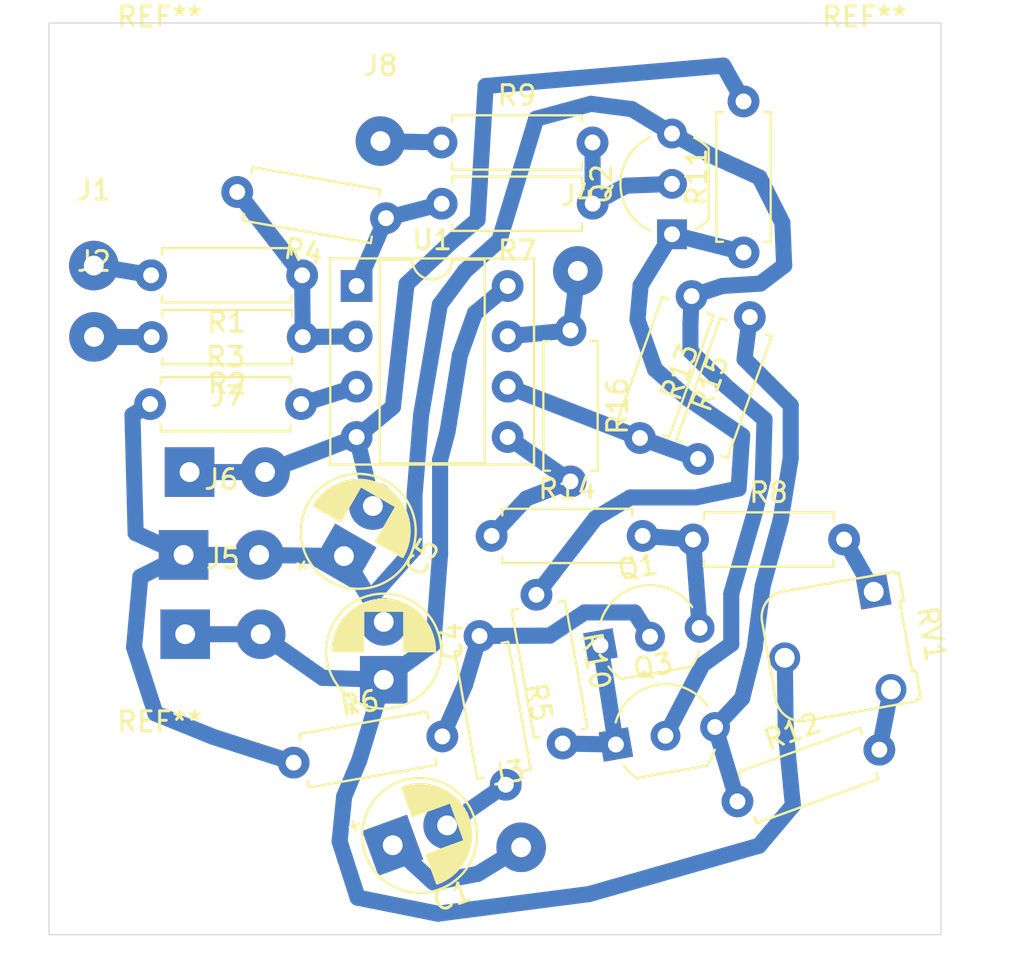
<source format=kicad_pcb>
(kicad_pcb (version 20171130) (host pcbnew "(5.1.2-1)-1")

  (general
    (thickness 1.6)
    (drawings 4)
    (tracks 125)
    (zones 0)
    (modules 35)
    (nets 23)
  )

  (page A4)
  (layers
    (0 F.Cu signal)
    (31 B.Cu signal)
    (32 B.Adhes user)
    (33 F.Adhes user)
    (34 B.Paste user)
    (35 F.Paste user)
    (36 B.SilkS user)
    (37 F.SilkS user)
    (38 B.Mask user)
    (39 F.Mask user)
    (40 Dwgs.User user)
    (41 Cmts.User user)
    (42 Eco1.User user)
    (43 Eco2.User user)
    (44 Edge.Cuts user)
    (45 Margin user)
    (46 B.CrtYd user)
    (47 F.CrtYd user)
    (48 B.Fab user)
    (49 F.Fab user)
  )

  (setup
    (last_trace_width 0.25)
    (user_trace_width 0.4064)
    (user_trace_width 0.8128)
    (trace_clearance 0.2)
    (zone_clearance 0.508)
    (zone_45_only no)
    (trace_min 0.2)
    (via_size 0.8)
    (via_drill 0.4)
    (via_min_size 0.4)
    (via_min_drill 0.3)
    (uvia_size 0.3)
    (uvia_drill 0.1)
    (uvias_allowed no)
    (uvia_min_size 0.2)
    (uvia_min_drill 0.1)
    (edge_width 0.05)
    (segment_width 0.2)
    (pcb_text_width 0.3)
    (pcb_text_size 1.5 1.5)
    (mod_edge_width 0.12)
    (mod_text_size 1 1)
    (mod_text_width 0.15)
    (pad_size 1.524 1.524)
    (pad_drill 0.762)
    (pad_to_mask_clearance 0.051)
    (solder_mask_min_width 0.25)
    (aux_axis_origin 0 0)
    (visible_elements FFFFFF7F)
    (pcbplotparams
      (layerselection 0x010fc_ffffffff)
      (usegerberextensions false)
      (usegerberattributes false)
      (usegerberadvancedattributes false)
      (creategerberjobfile false)
      (excludeedgelayer true)
      (linewidth 0.100000)
      (plotframeref false)
      (viasonmask false)
      (mode 1)
      (useauxorigin false)
      (hpglpennumber 1)
      (hpglpenspeed 20)
      (hpglpendiameter 15.000000)
      (psnegative false)
      (psa4output false)
      (plotreference true)
      (plotvalue true)
      (plotinvisibletext false)
      (padsonsilk false)
      (subtractmaskfromsilk false)
      (outputformat 1)
      (mirror false)
      (drillshape 0)
      (scaleselection 1)
      (outputdirectory ""))
  )

  (net 0 "")
  (net 1 "Net-(C1-Pad1)")
  (net 2 "Net-(C1-Pad2)")
  (net 3 +12V)
  (net 4 Earth)
  (net 5 -12V)
  (net 6 "Net-(J1-Pad1)")
  (net 7 "Net-(J2-Pad1)")
  (net 8 "Net-(J4-Pad1)")
  (net 9 "Net-(Q1-Pad2)")
  (net 10 "Net-(Q1-Pad3)")
  (net 11 "Net-(Q1-Pad1)")
  (net 12 "Net-(Q2-Pad2)")
  (net 13 "Net-(Q2-Pad1)")
  (net 14 "Net-(Q3-Pad3)")
  (net 15 "Net-(R1-Pad1)")
  (net 16 "Net-(R3-Pad2)")
  (net 17 "Net-(R4-Pad1)")
  (net 18 "Net-(R8-Pad2)")
  (net 19 "Net-(R12-Pad2)")
  (net 20 "Net-(R13-Pad1)")
  (net 21 "Net-(R14-Pad1)")
  (net 22 "Net-(J8-Pad1)")

  (net_class Default "This is the default net class."
    (clearance 0.2)
    (trace_width 0.25)
    (via_dia 0.8)
    (via_drill 0.4)
    (uvia_dia 0.3)
    (uvia_drill 0.1)
    (add_net +12V)
    (add_net -12V)
    (add_net Earth)
    (add_net "Net-(C1-Pad1)")
    (add_net "Net-(C1-Pad2)")
    (add_net "Net-(J1-Pad1)")
    (add_net "Net-(J2-Pad1)")
    (add_net "Net-(J4-Pad1)")
    (add_net "Net-(J8-Pad1)")
    (add_net "Net-(Q1-Pad1)")
    (add_net "Net-(Q1-Pad2)")
    (add_net "Net-(Q1-Pad3)")
    (add_net "Net-(Q2-Pad1)")
    (add_net "Net-(Q2-Pad2)")
    (add_net "Net-(Q3-Pad3)")
    (add_net "Net-(R1-Pad1)")
    (add_net "Net-(R12-Pad2)")
    (add_net "Net-(R13-Pad1)")
    (add_net "Net-(R14-Pad1)")
    (add_net "Net-(R3-Pad2)")
    (add_net "Net-(R4-Pad1)")
    (add_net "Net-(R8-Pad2)")
  )

  (module MountingHole:MountingHole_3.5mm (layer F.Cu) (tedit 56D1B4CB) (tstamp 61C3E965)
    (at 53.14 16.19)
    (descr "Mounting Hole 3.5mm, no annular")
    (tags "mounting hole 3.5mm no annular")
    (attr virtual)
    (fp_text reference REF** (at 0 -4.5) (layer F.SilkS)
      (effects (font (size 1 1) (thickness 0.15)))
    )
    (fp_text value MountingHole_3.5mm (at 0 4.5) (layer F.Fab)
      (effects (font (size 1 1) (thickness 0.15)))
    )
    (fp_circle (center 0 0) (end 3.75 0) (layer F.CrtYd) (width 0.05))
    (fp_circle (center 0 0) (end 3.5 0) (layer Cmts.User) (width 0.15))
    (fp_text user %R (at 0.3 0) (layer F.Fab)
      (effects (font (size 1 1) (thickness 0.15)))
    )
    (pad 1 np_thru_hole circle (at 0 0) (size 3.5 3.5) (drill 3.5) (layers *.Cu *.Mask))
  )

  (module MountingHole:MountingHole_3.5mm (layer F.Cu) (tedit 56D1B4CB) (tstamp 61C3E941)
    (at 17.58 16.19)
    (descr "Mounting Hole 3.5mm, no annular")
    (tags "mounting hole 3.5mm no annular")
    (attr virtual)
    (fp_text reference REF** (at 0 -4.5) (layer F.SilkS)
      (effects (font (size 1 1) (thickness 0.15)))
    )
    (fp_text value MountingHole_3.5mm (at 0 4.5) (layer F.Fab)
      (effects (font (size 1 1) (thickness 0.15)))
    )
    (fp_circle (center 0 0) (end 3.75 0) (layer F.CrtYd) (width 0.05))
    (fp_circle (center 0 0) (end 3.5 0) (layer Cmts.User) (width 0.15))
    (fp_text user %R (at 0.3 0) (layer F.Fab)
      (effects (font (size 1 1) (thickness 0.15)))
    )
    (pad 1 np_thru_hole circle (at 0 0) (size 3.5 3.5) (drill 3.5) (layers *.Cu *.Mask))
  )

  (module MountingHole:MountingHole_3.5mm (layer F.Cu) (tedit 56D1B4CB) (tstamp 61C3E91D)
    (at 17.58 51.75)
    (descr "Mounting Hole 3.5mm, no annular")
    (tags "mounting hole 3.5mm no annular")
    (attr virtual)
    (fp_text reference REF** (at 0 -4.5) (layer F.SilkS)
      (effects (font (size 1 1) (thickness 0.15)))
    )
    (fp_text value MountingHole_3.5mm (at 0 4.5) (layer F.Fab)
      (effects (font (size 1 1) (thickness 0.15)))
    )
    (fp_circle (center 0 0) (end 3.75 0) (layer F.CrtYd) (width 0.05))
    (fp_circle (center 0 0) (end 3.5 0) (layer Cmts.User) (width 0.15))
    (fp_text user %R (at 0.3 0) (layer F.Fab)
      (effects (font (size 1 1) (thickness 0.15)))
    )
    (pad 1 np_thru_hole circle (at 0 0) (size 3.5 3.5) (drill 3.5) (layers *.Cu *.Mask))
  )

  (module Connector_Wire:SolderWirePad_1x02_P3.81mm_Drill1mm (layer F.Cu) (tedit 5AEE5F04) (tstamp 61C36F5C)
    (at 19.09 34.66)
    (descr "Wire solder connection")
    (tags connector)
    (path /61C72143)
    (attr virtual)
    (fp_text reference J7 (at 1.905 -3.81) (layer F.SilkS)
      (effects (font (size 1 1) (thickness 0.15)))
    )
    (fp_text value -12V_Conn (at 1.905 3.81) (layer F.Fab)
      (effects (font (size 1 1) (thickness 0.15)))
    )
    (fp_line (start 5.56 1.75) (end -1.74 1.75) (layer F.CrtYd) (width 0.05))
    (fp_line (start 5.56 1.75) (end 5.56 -1.75) (layer F.CrtYd) (width 0.05))
    (fp_line (start -1.74 -1.75) (end -1.74 1.75) (layer F.CrtYd) (width 0.05))
    (fp_line (start -1.74 -1.75) (end 5.56 -1.75) (layer F.CrtYd) (width 0.05))
    (fp_text user %R (at 1.905 0) (layer F.Fab)
      (effects (font (size 1 1) (thickness 0.15)))
    )
    (pad 2 thru_hole circle (at 3.81 0) (size 2.49936 2.49936) (drill 1.00076) (layers *.Cu *.Mask)
      (net 5 -12V))
    (pad 1 thru_hole rect (at 0 0) (size 2.49936 2.49936) (drill 1.00076) (layers *.Cu *.Mask)
      (net 5 -12V))
  )

  (module Package_TO_SOT_THT:TO-92_Inline_Wide (layer F.Cu) (tedit 5A02FF81) (tstamp 61C36F92)
    (at 40.60104 48.404265 10)
    (descr "TO-92 leads in-line, wide, drill 0.75mm (see NXP sot054_po.pdf)")
    (tags "to-92 sc-43 sc-43a sot54 PA33 transistor")
    (path /61C6BE28)
    (fp_text reference Q3 (at 2.54 -3.56 10) (layer F.SilkS)
      (effects (font (size 1 1) (thickness 0.15)))
    )
    (fp_text value 2N3904 (at 2.54 2.79 10) (layer F.Fab)
      (effects (font (size 1 1) (thickness 0.15)))
    )
    (fp_arc (start 2.54 0) (end 4.34 1.85) (angle -20) (layer F.SilkS) (width 0.12))
    (fp_arc (start 2.54 0) (end 2.54 -2.48) (angle -135) (layer F.Fab) (width 0.1))
    (fp_arc (start 2.54 0) (end 2.54 -2.48) (angle 135) (layer F.Fab) (width 0.1))
    (fp_arc (start 2.54 0) (end 2.54 -2.6) (angle 65) (layer F.SilkS) (width 0.12))
    (fp_arc (start 2.54 0) (end 2.54 -2.6) (angle -65) (layer F.SilkS) (width 0.12))
    (fp_arc (start 2.54 0) (end 0.74 1.85) (angle 20) (layer F.SilkS) (width 0.12))
    (fp_line (start 6.09 2.01) (end -1.01 2.01) (layer F.CrtYd) (width 0.05))
    (fp_line (start 6.09 2.01) (end 6.09 -2.73) (layer F.CrtYd) (width 0.05))
    (fp_line (start -1.01 -2.73) (end -1.01 2.01) (layer F.CrtYd) (width 0.05))
    (fp_line (start -1.01 -2.73) (end 6.09 -2.73) (layer F.CrtYd) (width 0.05))
    (fp_line (start 0.8 1.75) (end 4.3 1.75) (layer F.Fab) (width 0.1))
    (fp_line (start 0.74 1.85) (end 4.34 1.85) (layer F.SilkS) (width 0.12))
    (fp_text user %R (at 2.54 -3.56 10) (layer F.Fab)
      (effects (font (size 1 1) (thickness 0.15)))
    )
    (pad 1 thru_hole rect (at 0 0 100) (size 1.5 1.5) (drill 0.8) (layers *.Cu *.Mask)
      (net 11 "Net-(Q1-Pad1)"))
    (pad 3 thru_hole circle (at 5.08 0 100) (size 1.5 1.5) (drill 0.8) (layers *.Cu *.Mask)
      (net 14 "Net-(Q3-Pad3)"))
    (pad 2 thru_hole circle (at 2.54 0 100) (size 1.5 1.5) (drill 0.8) (layers *.Cu *.Mask)
      (net 4 Earth))
    (model ${KISYS3DMOD}/Package_TO_SOT_THT.3dshapes/TO-92_Inline_Wide.wrl
      (at (xyz 0 0 0))
      (scale (xyz 1 1 1))
      (rotate (xyz 0 0 0))
    )
  )

  (module Package_TO_SOT_THT:TO-92_Inline_Wide (layer F.Cu) (tedit 5A02FF81) (tstamp 61C36F80)
    (at 43.43 22.66 90)
    (descr "TO-92 leads in-line, wide, drill 0.75mm (see NXP sot054_po.pdf)")
    (tags "to-92 sc-43 sc-43a sot54 PA33 transistor")
    (path /61C6CB0F)
    (fp_text reference Q2 (at 2.54 -3.56 90) (layer F.SilkS)
      (effects (font (size 1 1) (thickness 0.15)))
    )
    (fp_text value 2N3904 (at 2.54 2.79 90) (layer F.Fab)
      (effects (font (size 1 1) (thickness 0.15)))
    )
    (fp_arc (start 2.54 0) (end 4.34 1.85) (angle -20) (layer F.SilkS) (width 0.12))
    (fp_arc (start 2.54 0) (end 2.54 -2.48) (angle -135) (layer F.Fab) (width 0.1))
    (fp_arc (start 2.54 0) (end 2.54 -2.48) (angle 135) (layer F.Fab) (width 0.1))
    (fp_arc (start 2.54 0) (end 2.54 -2.6) (angle 65) (layer F.SilkS) (width 0.12))
    (fp_arc (start 2.54 0) (end 2.54 -2.6) (angle -65) (layer F.SilkS) (width 0.12))
    (fp_arc (start 2.54 0) (end 0.74 1.85) (angle 20) (layer F.SilkS) (width 0.12))
    (fp_line (start 6.09 2.01) (end -1.01 2.01) (layer F.CrtYd) (width 0.05))
    (fp_line (start 6.09 2.01) (end 6.09 -2.73) (layer F.CrtYd) (width 0.05))
    (fp_line (start -1.01 -2.73) (end -1.01 2.01) (layer F.CrtYd) (width 0.05))
    (fp_line (start -1.01 -2.73) (end 6.09 -2.73) (layer F.CrtYd) (width 0.05))
    (fp_line (start 0.8 1.75) (end 4.3 1.75) (layer F.Fab) (width 0.1))
    (fp_line (start 0.74 1.85) (end 4.34 1.85) (layer F.SilkS) (width 0.12))
    (fp_text user %R (at 2.54 -3.56 90) (layer F.Fab)
      (effects (font (size 1 1) (thickness 0.15)))
    )
    (pad 1 thru_hole rect (at 0 0 180) (size 1.5 1.5) (drill 0.8) (layers *.Cu *.Mask)
      (net 13 "Net-(Q2-Pad1)"))
    (pad 3 thru_hole circle (at 5.08 0 180) (size 1.5 1.5) (drill 0.8) (layers *.Cu *.Mask)
      (net 4 Earth))
    (pad 2 thru_hole circle (at 2.54 0 180) (size 1.5 1.5) (drill 0.8) (layers *.Cu *.Mask)
      (net 12 "Net-(Q2-Pad2)"))
    (model ${KISYS3DMOD}/Package_TO_SOT_THT.3dshapes/TO-92_Inline_Wide.wrl
      (at (xyz 0 0 0))
      (scale (xyz 1 1 1))
      (rotate (xyz 0 0 0))
    )
  )

  (module Package_TO_SOT_THT:TO-92_Inline_Wide (layer F.Cu) (tedit 5A02FF81) (tstamp 61C36F6E)
    (at 39.82086 43.403773 10)
    (descr "TO-92 leads in-line, wide, drill 0.75mm (see NXP sot054_po.pdf)")
    (tags "to-92 sc-43 sc-43a sot54 PA33 transistor")
    (path /61C6AAB3)
    (fp_text reference Q1 (at 2.54 -3.56 10) (layer F.SilkS)
      (effects (font (size 1 1) (thickness 0.15)))
    )
    (fp_text value 2N3904 (at 2.54 2.79 10) (layer F.Fab)
      (effects (font (size 1 1) (thickness 0.15)))
    )
    (fp_arc (start 2.54 0) (end 4.34 1.85) (angle -20) (layer F.SilkS) (width 0.12))
    (fp_arc (start 2.54 0) (end 2.54 -2.48) (angle -135) (layer F.Fab) (width 0.1))
    (fp_arc (start 2.54 0) (end 2.54 -2.48) (angle 135) (layer F.Fab) (width 0.1))
    (fp_arc (start 2.54 0) (end 2.54 -2.6) (angle 65) (layer F.SilkS) (width 0.12))
    (fp_arc (start 2.54 0) (end 2.54 -2.6) (angle -65) (layer F.SilkS) (width 0.12))
    (fp_arc (start 2.54 0) (end 0.74 1.85) (angle 20) (layer F.SilkS) (width 0.12))
    (fp_line (start 6.09 2.01) (end -1.01 2.01) (layer F.CrtYd) (width 0.05))
    (fp_line (start 6.09 2.01) (end 6.09 -2.73) (layer F.CrtYd) (width 0.05))
    (fp_line (start -1.01 -2.73) (end -1.01 2.01) (layer F.CrtYd) (width 0.05))
    (fp_line (start -1.01 -2.73) (end 6.09 -2.73) (layer F.CrtYd) (width 0.05))
    (fp_line (start 0.8 1.75) (end 4.3 1.75) (layer F.Fab) (width 0.1))
    (fp_line (start 0.74 1.85) (end 4.34 1.85) (layer F.SilkS) (width 0.12))
    (fp_text user %R (at 2.54 -3.56 10) (layer F.Fab)
      (effects (font (size 1 1) (thickness 0.15)))
    )
    (pad 1 thru_hole rect (at 0 0 100) (size 1.5 1.5) (drill 0.8) (layers *.Cu *.Mask)
      (net 11 "Net-(Q1-Pad1)"))
    (pad 3 thru_hole circle (at 5.08 0 100) (size 1.5 1.5) (drill 0.8) (layers *.Cu *.Mask)
      (net 10 "Net-(Q1-Pad3)"))
    (pad 2 thru_hole circle (at 2.54 0 100) (size 1.5 1.5) (drill 0.8) (layers *.Cu *.Mask)
      (net 9 "Net-(Q1-Pad2)"))
    (model ${KISYS3DMOD}/Package_TO_SOT_THT.3dshapes/TO-92_Inline_Wide.wrl
      (at (xyz 0 0 0))
      (scale (xyz 1 1 1))
      (rotate (xyz 0 0 0))
    )
  )

  (module Connector_Wire:SolderWirePad_1x01_Drill1mm (layer F.Cu) (tedit 5AEE5EBE) (tstamp 61C3842B)
    (at 28.72 17.96)
    (descr "Wire solder connection")
    (tags connector)
    (path /61C4757E)
    (attr virtual)
    (fp_text reference J8 (at 0 -3.81) (layer F.SilkS)
      (effects (font (size 1 1) (thickness 0.15)))
    )
    (fp_text value Init_LVL (at 0 3.175) (layer F.Fab)
      (effects (font (size 1 1) (thickness 0.15)))
    )
    (fp_line (start 1.75 1.75) (end -1.75 1.75) (layer F.CrtYd) (width 0.05))
    (fp_line (start 1.75 1.75) (end 1.75 -1.75) (layer F.CrtYd) (width 0.05))
    (fp_line (start -1.75 -1.75) (end -1.75 1.75) (layer F.CrtYd) (width 0.05))
    (fp_line (start -1.75 -1.75) (end 1.75 -1.75) (layer F.CrtYd) (width 0.05))
    (fp_text user %R (at 0 0) (layer F.Fab)
      (effects (font (size 1 1) (thickness 0.15)))
    )
    (pad 1 thru_hole circle (at 0 0) (size 2.49936 2.49936) (drill 1.00076) (layers *.Cu *.Mask)
      (net 22 "Net-(J8-Pad1)"))
  )

  (module Connector_Wire:SolderWirePad_1x02_P3.81mm_Drill1mm (layer F.Cu) (tedit 5AEE5F04) (tstamp 61C36F52)
    (at 18.79 38.84)
    (descr "Wire solder connection")
    (tags connector)
    (path /61C71A11)
    (attr virtual)
    (fp_text reference J6 (at 1.905 -3.81) (layer F.SilkS)
      (effects (font (size 1 1) (thickness 0.15)))
    )
    (fp_text value GND_Conn (at 1.905 3.81) (layer F.Fab)
      (effects (font (size 1 1) (thickness 0.15)))
    )
    (fp_line (start 5.56 1.75) (end -1.74 1.75) (layer F.CrtYd) (width 0.05))
    (fp_line (start 5.56 1.75) (end 5.56 -1.75) (layer F.CrtYd) (width 0.05))
    (fp_line (start -1.74 -1.75) (end -1.74 1.75) (layer F.CrtYd) (width 0.05))
    (fp_line (start -1.74 -1.75) (end 5.56 -1.75) (layer F.CrtYd) (width 0.05))
    (fp_text user %R (at 1.905 0) (layer F.Fab)
      (effects (font (size 1 1) (thickness 0.15)))
    )
    (pad 2 thru_hole circle (at 3.81 0) (size 2.49936 2.49936) (drill 1.00076) (layers *.Cu *.Mask)
      (net 4 Earth))
    (pad 1 thru_hole rect (at 0 0) (size 2.49936 2.49936) (drill 1.00076) (layers *.Cu *.Mask)
      (net 4 Earth))
  )

  (module Connector_Wire:SolderWirePad_1x02_P3.81mm_Drill1mm (layer F.Cu) (tedit 5AEE5F04) (tstamp 61C36F48)
    (at 18.87 42.84)
    (descr "Wire solder connection")
    (tags connector)
    (path /61C70897)
    (attr virtual)
    (fp_text reference J5 (at 1.905 -3.81) (layer F.SilkS)
      (effects (font (size 1 1) (thickness 0.15)))
    )
    (fp_text value +12V_Conn (at 1.905 3.81) (layer F.Fab)
      (effects (font (size 1 1) (thickness 0.15)))
    )
    (fp_line (start 5.56 1.75) (end -1.74 1.75) (layer F.CrtYd) (width 0.05))
    (fp_line (start 5.56 1.75) (end 5.56 -1.75) (layer F.CrtYd) (width 0.05))
    (fp_line (start -1.74 -1.75) (end -1.74 1.75) (layer F.CrtYd) (width 0.05))
    (fp_line (start -1.74 -1.75) (end 5.56 -1.75) (layer F.CrtYd) (width 0.05))
    (fp_text user %R (at 1.905 0) (layer F.Fab)
      (effects (font (size 1 1) (thickness 0.15)))
    )
    (pad 2 thru_hole circle (at 3.81 0) (size 2.49936 2.49936) (drill 1.00076) (layers *.Cu *.Mask)
      (net 3 +12V))
    (pad 1 thru_hole rect (at 0 0) (size 2.49936 2.49936) (drill 1.00076) (layers *.Cu *.Mask)
      (net 3 +12V))
  )

  (module Capacitor_THT:CP_Radial_D5.0mm_P2.0mm_Bigger_Holes (layer F.Cu) (tedit 61634441) (tstamp 61C36DEA)
    (at 31.29 53.64 20)
    (path /61C4310B)
    (fp_text reference C1 (at 0.1524 2.6416 20) (layer F.SilkS)
      (effects (font (size 1 1) (thickness 0.15)))
    )
    (fp_text value 10u (at 0.254 4.318 20) (layer F.Fab)
      (effects (font (size 1 1) (thickness 0.15)))
    )
    (fp_circle (center -0.3335 -0.8128) (end 2.5665 -0.8128) (layer F.SilkS) (width 0.12))
    (fp_line (start 0.7875 -3.1418) (end 0.7875 -1.8528) (layer F.SilkS) (width 0.12))
    (fp_line (start 0.7475 0.2272) (end 0.7475 1.5352) (layer F.SilkS) (width 0.12))
    (fp_line (start 0.7475 -3.1608) (end 0.7475 -1.8528) (layer F.SilkS) (width 0.12))
    (fp_line (start 0.7075 0.2272) (end 0.7075 1.5522) (layer F.SilkS) (width 0.12))
    (fp_line (start 0.7075 -3.1778) (end 0.7075 -1.8528) (layer F.SilkS) (width 0.12))
    (fp_line (start 0.6675 0.2272) (end 0.6675 1.5692) (layer F.SilkS) (width 0.12))
    (fp_line (start 0.6675 -3.1948) (end 0.6675 -1.8528) (layer F.SilkS) (width 0.12))
    (fp_line (start 0.6275 0.2272) (end 0.6275 1.5852) (layer F.SilkS) (width 0.12))
    (fp_line (start 0.6275 -3.2108) (end 0.6275 -1.8528) (layer F.SilkS) (width 0.12))
    (fp_line (start 0.5875 0.2272) (end 0.5875 1.6012) (layer F.SilkS) (width 0.12))
    (fp_line (start 0.5875 -3.2268) (end 0.5875 -1.8528) (layer F.SilkS) (width 0.12))
    (fp_line (start 0.5475 0.2272) (end 0.5475 1.6152) (layer F.SilkS) (width 0.12))
    (fp_line (start 0.5475 -3.2408) (end 0.5475 -1.8528) (layer F.SilkS) (width 0.12))
    (fp_line (start 0.5075 0.2272) (end 0.5075 1.6292) (layer F.SilkS) (width 0.12))
    (fp_line (start 0.5075 -3.2548) (end 0.5075 -1.8528) (layer F.SilkS) (width 0.12))
    (fp_line (start 0.4675 0.2272) (end 0.4675 1.6422) (layer F.SilkS) (width 0.12))
    (fp_line (start 0.4675 -3.2678) (end 0.4675 -1.8528) (layer F.SilkS) (width 0.12))
    (fp_line (start 0.4275 0.2272) (end 0.4275 1.6552) (layer F.SilkS) (width 0.12))
    (fp_line (start 0.4275 -3.2808) (end 0.4275 -1.8528) (layer F.SilkS) (width 0.12))
    (fp_line (start 0.3875 0.2272) (end 0.3875 1.6672) (layer F.SilkS) (width 0.12))
    (fp_line (start 0.3875 -3.2928) (end 0.3875 -1.8528) (layer F.SilkS) (width 0.12))
    (fp_line (start 0.3465 0.2272) (end 0.3465 1.6782) (layer F.SilkS) (width 0.12))
    (fp_line (start -0.3335 -3.3928) (end -0.3335 -1.8528) (layer F.SilkS) (width 0.12))
    (fp_line (start -0.2935 0.2272) (end -0.2935 1.7672) (layer F.SilkS) (width 0.12))
    (fp_line (start -3.269275 -2.6648) (end -3.269275 -2.1648) (layer F.SilkS) (width 0.12))
    (fp_line (start -3.519275 -2.4148) (end -3.019275 -2.4148) (layer F.SilkS) (width 0.12))
    (fp_line (start 2.2675 -1.0968) (end 2.2675 -0.5288) (layer F.SilkS) (width 0.12))
    (fp_line (start 2.2275 -1.3308) (end 2.2275 -0.2948) (layer F.SilkS) (width 0.12))
    (fp_line (start 2.1875 -1.4898) (end 2.1875 -0.1358) (layer F.SilkS) (width 0.12))
    (fp_line (start 2.1475 -1.6178) (end 2.1475 -0.0078) (layer F.SilkS) (width 0.12))
    (fp_line (start 2.1075 -1.7278) (end 2.1075 0.1022) (layer F.SilkS) (width 0.12))
    (fp_line (start 2.0675 -1.8238) (end 2.0675 0.1982) (layer F.SilkS) (width 0.12))
    (fp_line (start 2.0275 -1.9108) (end 2.0275 0.2852) (layer F.SilkS) (width 0.12))
    (fp_line (start 1.9875 -1.9908) (end 1.9875 0.3652) (layer F.SilkS) (width 0.12))
    (fp_line (start 1.9475 -2.0638) (end 1.9475 0.4382) (layer F.SilkS) (width 0.12))
    (fp_line (start 1.9075 -2.1318) (end 1.9075 0.5062) (layer F.SilkS) (width 0.12))
    (fp_line (start 1.8675 -2.1958) (end 1.8675 0.5702) (layer F.SilkS) (width 0.12))
    (fp_line (start 1.8275 -2.2558) (end 1.8275 0.6302) (layer F.SilkS) (width 0.12))
    (fp_line (start 1.7875 -2.3128) (end 1.7875 0.6872) (layer F.SilkS) (width 0.12))
    (fp_line (start 1.7475 -2.3668) (end 1.7475 0.7412) (layer F.SilkS) (width 0.12))
    (fp_line (start 1.7075 -2.4178) (end 1.7075 0.7922) (layer F.SilkS) (width 0.12))
    (fp_line (start 1.6675 0.2272) (end 1.6675 0.8402) (layer F.SilkS) (width 0.12))
    (fp_line (start 1.6675 -2.4658) (end 1.6675 -1.8528) (layer F.SilkS) (width 0.12))
    (fp_line (start 1.6275 0.2272) (end 1.6275 0.8862) (layer F.SilkS) (width 0.12))
    (fp_line (start 1.6275 -2.5118) (end 1.6275 -1.8528) (layer F.SilkS) (width 0.12))
    (fp_line (start 1.5875 0.2272) (end 1.5875 0.9302) (layer F.SilkS) (width 0.12))
    (fp_line (start 1.5875 -2.5558) (end 1.5875 -1.8528) (layer F.SilkS) (width 0.12))
    (fp_line (start 1.5475 0.2272) (end 1.5475 0.9722) (layer F.SilkS) (width 0.12))
    (fp_line (start 1.5475 -2.5978) (end 1.5475 -1.8528) (layer F.SilkS) (width 0.12))
    (fp_line (start 1.5075 0.2272) (end 1.5075 1.0132) (layer F.SilkS) (width 0.12))
    (fp_line (start 1.5075 -2.6388) (end 1.5075 -1.8528) (layer F.SilkS) (width 0.12))
    (fp_line (start 1.4675 0.2272) (end 1.4675 1.0512) (layer F.SilkS) (width 0.12))
    (fp_line (start 1.4675 -2.6768) (end 1.4675 -1.8528) (layer F.SilkS) (width 0.12))
    (fp_line (start 1.4275 0.2272) (end 1.4275 1.0882) (layer F.SilkS) (width 0.12))
    (fp_line (start 1.4275 -2.7138) (end 1.4275 -1.8528) (layer F.SilkS) (width 0.12))
    (fp_line (start 1.3875 0.2272) (end 1.3875 1.1242) (layer F.SilkS) (width 0.12))
    (fp_line (start 1.3875 -2.7498) (end 1.3875 -1.8528) (layer F.SilkS) (width 0.12))
    (fp_line (start 1.3475 0.2272) (end 1.3475 1.1582) (layer F.SilkS) (width 0.12))
    (fp_line (start 1.3475 -2.7838) (end 1.3475 -1.8528) (layer F.SilkS) (width 0.12))
    (fp_line (start 1.3075 0.2272) (end 1.3075 1.1912) (layer F.SilkS) (width 0.12))
    (fp_line (start 1.3075 -2.8168) (end 1.3075 -1.8528) (layer F.SilkS) (width 0.12))
    (fp_line (start 0.3465 -3.3038) (end 0.3465 -1.8528) (layer F.SilkS) (width 0.12))
    (fp_line (start 0.3065 0.2272) (end 0.3065 1.6882) (layer F.SilkS) (width 0.12))
    (fp_line (start 0.3065 -3.3138) (end 0.3065 -1.8528) (layer F.SilkS) (width 0.12))
    (fp_line (start 0.2665 0.2272) (end 0.2665 1.6982) (layer F.SilkS) (width 0.12))
    (fp_line (start 0.2665 -3.3238) (end 0.2665 -1.8528) (layer F.SilkS) (width 0.12))
    (fp_line (start 0.2265 0.2272) (end 0.2265 1.7072) (layer F.SilkS) (width 0.12))
    (fp_line (start 0.2265 -3.3328) (end 0.2265 -1.8528) (layer F.SilkS) (width 0.12))
    (fp_line (start 0.1865 0.2272) (end 0.1865 1.7152) (layer F.SilkS) (width 0.12))
    (fp_line (start -0.3335 0.2272) (end -0.3335 1.7672) (layer F.SilkS) (width 0.12))
    (fp_line (start 1.2675 0.2272) (end 1.2675 1.2222) (layer F.SilkS) (width 0.12))
    (fp_line (start 1.2675 -2.8478) (end 1.2675 -1.8528) (layer F.SilkS) (width 0.12))
    (fp_line (start 1.2275 0.2272) (end 1.2275 1.2522) (layer F.SilkS) (width 0.12))
    (fp_line (start 1.2275 -2.8778) (end 1.2275 -1.8528) (layer F.SilkS) (width 0.12))
    (fp_line (start 1.1875 0.2272) (end 1.1875 1.2822) (layer F.SilkS) (width 0.12))
    (fp_line (start 1.1875 -2.9078) (end 1.1875 -1.8528) (layer F.SilkS) (width 0.12))
    (fp_line (start 1.1475 0.2272) (end 1.1475 1.3092) (layer F.SilkS) (width 0.12))
    (fp_line (start 1.1475 -2.9348) (end 1.1475 -1.8528) (layer F.SilkS) (width 0.12))
    (fp_line (start 1.1075 0.2272) (end 1.1075 1.3362) (layer F.SilkS) (width 0.12))
    (fp_line (start -0.2535 0.2272) (end -0.2535 1.7662) (layer F.SilkS) (width 0.12))
    (fp_line (start -0.2535 -3.3918) (end -0.2535 -1.8528) (layer F.SilkS) (width 0.12))
    (fp_line (start -0.2935 -3.3928) (end -0.2935 -1.8528) (layer F.SilkS) (width 0.12))
    (fp_circle (center -0.3335 -0.8128) (end 2.6665 -0.8128) (layer F.CrtYd) (width 0.05))
    (fp_line (start 1.1075 -2.9618) (end 1.1075 -1.8528) (layer F.SilkS) (width 0.12))
    (fp_line (start 1.0675 0.2272) (end 1.0675 1.3622) (layer F.SilkS) (width 0.12))
    (fp_line (start 1.0675 -2.9878) (end 1.0675 -1.8528) (layer F.SilkS) (width 0.12))
    (fp_line (start 1.0275 0.2272) (end 1.0275 1.3872) (layer F.SilkS) (width 0.12))
    (fp_line (start 1.0275 -3.0128) (end 1.0275 -1.8528) (layer F.SilkS) (width 0.12))
    (fp_line (start 0.9875 0.2272) (end 0.9875 1.4112) (layer F.SilkS) (width 0.12))
    (fp_line (start 0.9875 -3.0368) (end 0.9875 -1.8528) (layer F.SilkS) (width 0.12))
    (fp_line (start 0.9475 0.2272) (end 0.9475 1.4342) (layer F.SilkS) (width 0.12))
    (fp_line (start 0.9475 -3.0598) (end 0.9475 -1.8528) (layer F.SilkS) (width 0.12))
    (fp_line (start 0.9075 0.2272) (end 0.9075 1.4552) (layer F.SilkS) (width 0.12))
    (fp_line (start 0.9075 -3.0808) (end 0.9075 -1.8528) (layer F.SilkS) (width 0.12))
    (fp_line (start 0.8675 0.2272) (end 0.8675 1.4772) (layer F.SilkS) (width 0.12))
    (fp_line (start 0.8675 -3.1028) (end 0.8675 -1.8528) (layer F.SilkS) (width 0.12))
    (fp_line (start 0.8275 0.2272) (end 0.8275 1.4972) (layer F.SilkS) (width 0.12))
    (fp_line (start 0.8275 -3.1228) (end 0.8275 -1.8528) (layer F.SilkS) (width 0.12))
    (fp_line (start 0.7875 0.2272) (end 0.7875 1.5162) (layer F.SilkS) (width 0.12))
    (fp_line (start 0.1865 -3.3408) (end 0.1865 -1.8528) (layer F.SilkS) (width 0.12))
    (fp_line (start 0.1465 0.2272) (end 0.1465 1.7232) (layer F.SilkS) (width 0.12))
    (fp_line (start 0.1465 -3.3488) (end 0.1465 -1.8528) (layer F.SilkS) (width 0.12))
    (fp_line (start 0.1065 0.2272) (end 0.1065 1.7302) (layer F.SilkS) (width 0.12))
    (fp_line (start 0.1065 -3.3558) (end 0.1065 -1.8528) (layer F.SilkS) (width 0.12))
    (fp_line (start 0.0665 0.2272) (end 0.0665 1.7372) (layer F.SilkS) (width 0.12))
    (fp_line (start 0.0665 -3.3628) (end 0.0665 -1.8528) (layer F.SilkS) (width 0.12))
    (fp_line (start 0.0265 0.2272) (end 0.0265 1.7432) (layer F.SilkS) (width 0.12))
    (fp_line (start 0.0265 -3.3688) (end 0.0265 -1.8528) (layer F.SilkS) (width 0.12))
    (fp_line (start -0.0135 0.2272) (end -0.0135 1.7482) (layer F.SilkS) (width 0.12))
    (fp_line (start -0.0135 -3.3738) (end -0.0135 -1.8528) (layer F.SilkS) (width 0.12))
    (fp_line (start -0.0535 0.2272) (end -0.0535 1.7522) (layer F.SilkS) (width 0.12))
    (fp_line (start -0.0535 -3.3778) (end -0.0535 -1.8528) (layer F.SilkS) (width 0.12))
    (fp_line (start -0.0935 0.2272) (end -0.0935 1.7562) (layer F.SilkS) (width 0.12))
    (fp_line (start -0.0935 -3.3818) (end -0.0935 -1.8528) (layer F.SilkS) (width 0.12))
    (fp_line (start -0.1335 0.2272) (end -0.1335 1.7602) (layer F.SilkS) (width 0.12))
    (fp_line (start -0.1335 -3.3858) (end -0.1335 -1.8528) (layer F.SilkS) (width 0.12))
    (fp_line (start -0.1735 0.2272) (end -0.1735 1.7632) (layer F.SilkS) (width 0.12))
    (fp_line (start -0.1735 -3.3888) (end -0.1735 -1.8528) (layer F.SilkS) (width 0.12))
    (fp_line (start -0.2135 0.2272) (end -0.2135 1.7652) (layer F.SilkS) (width 0.12))
    (fp_line (start -0.2135 -3.3908) (end -0.2135 -1.8528) (layer F.SilkS) (width 0.12))
    (fp_line (start -2.217105 -2.1503) (end -2.217105 -1.6503) (layer F.Fab) (width 0.1))
    (fp_line (start -2.467105 -1.9003) (end -1.967105 -1.9003) (layer F.Fab) (width 0.1))
    (fp_circle (center -0.3335 -0.8128) (end 2.4665 -0.8128) (layer F.Fab) (width 0.1))
    (fp_text user %R (at -0.3335 -0.8128 20) (layer F.Fab)
      (effects (font (size 1 1) (thickness 0.15)))
    )
    (pad 1 thru_hole rect (at -1.778 -0.8128 20) (size 2.4 2.4) (drill 1) (layers *.Cu *.Mask)
      (net 1 "Net-(C1-Pad1)"))
    (pad 2 thru_hole circle (at 1.143 -0.8128 20) (size 2.4 2.4) (drill 1) (layers *.Cu *.Mask)
      (net 2 "Net-(C1-Pad2)"))
  )

  (module Capacitor_THT:CP_Radial_D5.0mm_P2.0mm_Bigger_Holes (layer F.Cu) (tedit 61634441) (tstamp 61C36E93)
    (at 29.7 43.36 90)
    (path /61C7334C)
    (fp_text reference C4 (at 0.1524 2.6416 90) (layer F.SilkS)
      (effects (font (size 1 1) (thickness 0.15)))
    )
    (fp_text value 10u (at 0.254 4.318 90) (layer F.Fab)
      (effects (font (size 1 1) (thickness 0.15)))
    )
    (fp_text user %R (at -0.3335 -0.8128 90) (layer F.Fab)
      (effects (font (size 1 1) (thickness 0.15)))
    )
    (fp_circle (center -0.3335 -0.8128) (end 2.4665 -0.8128) (layer F.Fab) (width 0.1))
    (fp_line (start -2.467105 -1.9003) (end -1.967105 -1.9003) (layer F.Fab) (width 0.1))
    (fp_line (start -2.217105 -2.1503) (end -2.217105 -1.6503) (layer F.Fab) (width 0.1))
    (fp_line (start -0.2135 -3.3908) (end -0.2135 -1.8528) (layer F.SilkS) (width 0.12))
    (fp_line (start -0.2135 0.2272) (end -0.2135 1.7652) (layer F.SilkS) (width 0.12))
    (fp_line (start -0.1735 -3.3888) (end -0.1735 -1.8528) (layer F.SilkS) (width 0.12))
    (fp_line (start -0.1735 0.2272) (end -0.1735 1.7632) (layer F.SilkS) (width 0.12))
    (fp_line (start -0.1335 -3.3858) (end -0.1335 -1.8528) (layer F.SilkS) (width 0.12))
    (fp_line (start -0.1335 0.2272) (end -0.1335 1.7602) (layer F.SilkS) (width 0.12))
    (fp_line (start -0.0935 -3.3818) (end -0.0935 -1.8528) (layer F.SilkS) (width 0.12))
    (fp_line (start -0.0935 0.2272) (end -0.0935 1.7562) (layer F.SilkS) (width 0.12))
    (fp_line (start -0.0535 -3.3778) (end -0.0535 -1.8528) (layer F.SilkS) (width 0.12))
    (fp_line (start -0.0535 0.2272) (end -0.0535 1.7522) (layer F.SilkS) (width 0.12))
    (fp_line (start -0.0135 -3.3738) (end -0.0135 -1.8528) (layer F.SilkS) (width 0.12))
    (fp_line (start -0.0135 0.2272) (end -0.0135 1.7482) (layer F.SilkS) (width 0.12))
    (fp_line (start 0.0265 -3.3688) (end 0.0265 -1.8528) (layer F.SilkS) (width 0.12))
    (fp_line (start 0.0265 0.2272) (end 0.0265 1.7432) (layer F.SilkS) (width 0.12))
    (fp_line (start 0.0665 -3.3628) (end 0.0665 -1.8528) (layer F.SilkS) (width 0.12))
    (fp_line (start 0.0665 0.2272) (end 0.0665 1.7372) (layer F.SilkS) (width 0.12))
    (fp_line (start 0.1065 -3.3558) (end 0.1065 -1.8528) (layer F.SilkS) (width 0.12))
    (fp_line (start 0.1065 0.2272) (end 0.1065 1.7302) (layer F.SilkS) (width 0.12))
    (fp_line (start 0.1465 -3.3488) (end 0.1465 -1.8528) (layer F.SilkS) (width 0.12))
    (fp_line (start 0.1465 0.2272) (end 0.1465 1.7232) (layer F.SilkS) (width 0.12))
    (fp_line (start 0.1865 -3.3408) (end 0.1865 -1.8528) (layer F.SilkS) (width 0.12))
    (fp_line (start 0.7875 0.2272) (end 0.7875 1.5162) (layer F.SilkS) (width 0.12))
    (fp_line (start 0.8275 -3.1228) (end 0.8275 -1.8528) (layer F.SilkS) (width 0.12))
    (fp_line (start 0.8275 0.2272) (end 0.8275 1.4972) (layer F.SilkS) (width 0.12))
    (fp_line (start 0.8675 -3.1028) (end 0.8675 -1.8528) (layer F.SilkS) (width 0.12))
    (fp_line (start 0.8675 0.2272) (end 0.8675 1.4772) (layer F.SilkS) (width 0.12))
    (fp_line (start 0.9075 -3.0808) (end 0.9075 -1.8528) (layer F.SilkS) (width 0.12))
    (fp_line (start 0.9075 0.2272) (end 0.9075 1.4552) (layer F.SilkS) (width 0.12))
    (fp_line (start 0.9475 -3.0598) (end 0.9475 -1.8528) (layer F.SilkS) (width 0.12))
    (fp_line (start 0.9475 0.2272) (end 0.9475 1.4342) (layer F.SilkS) (width 0.12))
    (fp_line (start 0.9875 -3.0368) (end 0.9875 -1.8528) (layer F.SilkS) (width 0.12))
    (fp_line (start 0.9875 0.2272) (end 0.9875 1.4112) (layer F.SilkS) (width 0.12))
    (fp_line (start 1.0275 -3.0128) (end 1.0275 -1.8528) (layer F.SilkS) (width 0.12))
    (fp_line (start 1.0275 0.2272) (end 1.0275 1.3872) (layer F.SilkS) (width 0.12))
    (fp_line (start 1.0675 -2.9878) (end 1.0675 -1.8528) (layer F.SilkS) (width 0.12))
    (fp_line (start 1.0675 0.2272) (end 1.0675 1.3622) (layer F.SilkS) (width 0.12))
    (fp_line (start 1.1075 -2.9618) (end 1.1075 -1.8528) (layer F.SilkS) (width 0.12))
    (fp_circle (center -0.3335 -0.8128) (end 2.6665 -0.8128) (layer F.CrtYd) (width 0.05))
    (fp_line (start -0.2935 -3.3928) (end -0.2935 -1.8528) (layer F.SilkS) (width 0.12))
    (fp_line (start -0.2535 -3.3918) (end -0.2535 -1.8528) (layer F.SilkS) (width 0.12))
    (fp_line (start -0.2535 0.2272) (end -0.2535 1.7662) (layer F.SilkS) (width 0.12))
    (fp_line (start 1.1075 0.2272) (end 1.1075 1.3362) (layer F.SilkS) (width 0.12))
    (fp_line (start 1.1475 -2.9348) (end 1.1475 -1.8528) (layer F.SilkS) (width 0.12))
    (fp_line (start 1.1475 0.2272) (end 1.1475 1.3092) (layer F.SilkS) (width 0.12))
    (fp_line (start 1.1875 -2.9078) (end 1.1875 -1.8528) (layer F.SilkS) (width 0.12))
    (fp_line (start 1.1875 0.2272) (end 1.1875 1.2822) (layer F.SilkS) (width 0.12))
    (fp_line (start 1.2275 -2.8778) (end 1.2275 -1.8528) (layer F.SilkS) (width 0.12))
    (fp_line (start 1.2275 0.2272) (end 1.2275 1.2522) (layer F.SilkS) (width 0.12))
    (fp_line (start 1.2675 -2.8478) (end 1.2675 -1.8528) (layer F.SilkS) (width 0.12))
    (fp_line (start 1.2675 0.2272) (end 1.2675 1.2222) (layer F.SilkS) (width 0.12))
    (fp_line (start -0.3335 0.2272) (end -0.3335 1.7672) (layer F.SilkS) (width 0.12))
    (fp_line (start 0.1865 0.2272) (end 0.1865 1.7152) (layer F.SilkS) (width 0.12))
    (fp_line (start 0.2265 -3.3328) (end 0.2265 -1.8528) (layer F.SilkS) (width 0.12))
    (fp_line (start 0.2265 0.2272) (end 0.2265 1.7072) (layer F.SilkS) (width 0.12))
    (fp_line (start 0.2665 -3.3238) (end 0.2665 -1.8528) (layer F.SilkS) (width 0.12))
    (fp_line (start 0.2665 0.2272) (end 0.2665 1.6982) (layer F.SilkS) (width 0.12))
    (fp_line (start 0.3065 -3.3138) (end 0.3065 -1.8528) (layer F.SilkS) (width 0.12))
    (fp_line (start 0.3065 0.2272) (end 0.3065 1.6882) (layer F.SilkS) (width 0.12))
    (fp_line (start 0.3465 -3.3038) (end 0.3465 -1.8528) (layer F.SilkS) (width 0.12))
    (fp_line (start 1.3075 -2.8168) (end 1.3075 -1.8528) (layer F.SilkS) (width 0.12))
    (fp_line (start 1.3075 0.2272) (end 1.3075 1.1912) (layer F.SilkS) (width 0.12))
    (fp_line (start 1.3475 -2.7838) (end 1.3475 -1.8528) (layer F.SilkS) (width 0.12))
    (fp_line (start 1.3475 0.2272) (end 1.3475 1.1582) (layer F.SilkS) (width 0.12))
    (fp_line (start 1.3875 -2.7498) (end 1.3875 -1.8528) (layer F.SilkS) (width 0.12))
    (fp_line (start 1.3875 0.2272) (end 1.3875 1.1242) (layer F.SilkS) (width 0.12))
    (fp_line (start 1.4275 -2.7138) (end 1.4275 -1.8528) (layer F.SilkS) (width 0.12))
    (fp_line (start 1.4275 0.2272) (end 1.4275 1.0882) (layer F.SilkS) (width 0.12))
    (fp_line (start 1.4675 -2.6768) (end 1.4675 -1.8528) (layer F.SilkS) (width 0.12))
    (fp_line (start 1.4675 0.2272) (end 1.4675 1.0512) (layer F.SilkS) (width 0.12))
    (fp_line (start 1.5075 -2.6388) (end 1.5075 -1.8528) (layer F.SilkS) (width 0.12))
    (fp_line (start 1.5075 0.2272) (end 1.5075 1.0132) (layer F.SilkS) (width 0.12))
    (fp_line (start 1.5475 -2.5978) (end 1.5475 -1.8528) (layer F.SilkS) (width 0.12))
    (fp_line (start 1.5475 0.2272) (end 1.5475 0.9722) (layer F.SilkS) (width 0.12))
    (fp_line (start 1.5875 -2.5558) (end 1.5875 -1.8528) (layer F.SilkS) (width 0.12))
    (fp_line (start 1.5875 0.2272) (end 1.5875 0.9302) (layer F.SilkS) (width 0.12))
    (fp_line (start 1.6275 -2.5118) (end 1.6275 -1.8528) (layer F.SilkS) (width 0.12))
    (fp_line (start 1.6275 0.2272) (end 1.6275 0.8862) (layer F.SilkS) (width 0.12))
    (fp_line (start 1.6675 -2.4658) (end 1.6675 -1.8528) (layer F.SilkS) (width 0.12))
    (fp_line (start 1.6675 0.2272) (end 1.6675 0.8402) (layer F.SilkS) (width 0.12))
    (fp_line (start 1.7075 -2.4178) (end 1.7075 0.7922) (layer F.SilkS) (width 0.12))
    (fp_line (start 1.7475 -2.3668) (end 1.7475 0.7412) (layer F.SilkS) (width 0.12))
    (fp_line (start 1.7875 -2.3128) (end 1.7875 0.6872) (layer F.SilkS) (width 0.12))
    (fp_line (start 1.8275 -2.2558) (end 1.8275 0.6302) (layer F.SilkS) (width 0.12))
    (fp_line (start 1.8675 -2.1958) (end 1.8675 0.5702) (layer F.SilkS) (width 0.12))
    (fp_line (start 1.9075 -2.1318) (end 1.9075 0.5062) (layer F.SilkS) (width 0.12))
    (fp_line (start 1.9475 -2.0638) (end 1.9475 0.4382) (layer F.SilkS) (width 0.12))
    (fp_line (start 1.9875 -1.9908) (end 1.9875 0.3652) (layer F.SilkS) (width 0.12))
    (fp_line (start 2.0275 -1.9108) (end 2.0275 0.2852) (layer F.SilkS) (width 0.12))
    (fp_line (start 2.0675 -1.8238) (end 2.0675 0.1982) (layer F.SilkS) (width 0.12))
    (fp_line (start 2.1075 -1.7278) (end 2.1075 0.1022) (layer F.SilkS) (width 0.12))
    (fp_line (start 2.1475 -1.6178) (end 2.1475 -0.0078) (layer F.SilkS) (width 0.12))
    (fp_line (start 2.1875 -1.4898) (end 2.1875 -0.1358) (layer F.SilkS) (width 0.12))
    (fp_line (start 2.2275 -1.3308) (end 2.2275 -0.2948) (layer F.SilkS) (width 0.12))
    (fp_line (start 2.2675 -1.0968) (end 2.2675 -0.5288) (layer F.SilkS) (width 0.12))
    (fp_line (start -3.519275 -2.4148) (end -3.019275 -2.4148) (layer F.SilkS) (width 0.12))
    (fp_line (start -3.269275 -2.6648) (end -3.269275 -2.1648) (layer F.SilkS) (width 0.12))
    (fp_line (start -0.2935 0.2272) (end -0.2935 1.7672) (layer F.SilkS) (width 0.12))
    (fp_line (start -0.3335 -3.3928) (end -0.3335 -1.8528) (layer F.SilkS) (width 0.12))
    (fp_line (start 0.3465 0.2272) (end 0.3465 1.6782) (layer F.SilkS) (width 0.12))
    (fp_line (start 0.3875 -3.2928) (end 0.3875 -1.8528) (layer F.SilkS) (width 0.12))
    (fp_line (start 0.3875 0.2272) (end 0.3875 1.6672) (layer F.SilkS) (width 0.12))
    (fp_line (start 0.4275 -3.2808) (end 0.4275 -1.8528) (layer F.SilkS) (width 0.12))
    (fp_line (start 0.4275 0.2272) (end 0.4275 1.6552) (layer F.SilkS) (width 0.12))
    (fp_line (start 0.4675 -3.2678) (end 0.4675 -1.8528) (layer F.SilkS) (width 0.12))
    (fp_line (start 0.4675 0.2272) (end 0.4675 1.6422) (layer F.SilkS) (width 0.12))
    (fp_line (start 0.5075 -3.2548) (end 0.5075 -1.8528) (layer F.SilkS) (width 0.12))
    (fp_line (start 0.5075 0.2272) (end 0.5075 1.6292) (layer F.SilkS) (width 0.12))
    (fp_line (start 0.5475 -3.2408) (end 0.5475 -1.8528) (layer F.SilkS) (width 0.12))
    (fp_line (start 0.5475 0.2272) (end 0.5475 1.6152) (layer F.SilkS) (width 0.12))
    (fp_line (start 0.5875 -3.2268) (end 0.5875 -1.8528) (layer F.SilkS) (width 0.12))
    (fp_line (start 0.5875 0.2272) (end 0.5875 1.6012) (layer F.SilkS) (width 0.12))
    (fp_line (start 0.6275 -3.2108) (end 0.6275 -1.8528) (layer F.SilkS) (width 0.12))
    (fp_line (start 0.6275 0.2272) (end 0.6275 1.5852) (layer F.SilkS) (width 0.12))
    (fp_line (start 0.6675 -3.1948) (end 0.6675 -1.8528) (layer F.SilkS) (width 0.12))
    (fp_line (start 0.6675 0.2272) (end 0.6675 1.5692) (layer F.SilkS) (width 0.12))
    (fp_line (start 0.7075 -3.1778) (end 0.7075 -1.8528) (layer F.SilkS) (width 0.12))
    (fp_line (start 0.7075 0.2272) (end 0.7075 1.5522) (layer F.SilkS) (width 0.12))
    (fp_line (start 0.7475 -3.1608) (end 0.7475 -1.8528) (layer F.SilkS) (width 0.12))
    (fp_line (start 0.7475 0.2272) (end 0.7475 1.5352) (layer F.SilkS) (width 0.12))
    (fp_line (start 0.7875 -3.1418) (end 0.7875 -1.8528) (layer F.SilkS) (width 0.12))
    (fp_circle (center -0.3335 -0.8128) (end 2.5665 -0.8128) (layer F.SilkS) (width 0.12))
    (pad 2 thru_hole circle (at 1.143 -0.8128 90) (size 2.4 2.4) (drill 1) (layers *.Cu *.Mask)
      (net 4 Earth))
    (pad 1 thru_hole rect (at -1.778 -0.8128 90) (size 2.4 2.4) (drill 1) (layers *.Cu *.Mask)
      (net 3 +12V))
  )

  (module Capacitor_THT:CP_Radial_D5.0mm_P2.0mm_Bigger_Holes (layer F.Cu) (tedit 61634441) (tstamp 61C36F16)
    (at 28.472406 37.766268 60)
    (path /61C74B49)
    (fp_text reference C5 (at 0.1524 2.6416 60) (layer F.SilkS)
      (effects (font (size 1 1) (thickness 0.15)))
    )
    (fp_text value 10u (at 0.254 4.318 60) (layer F.Fab)
      (effects (font (size 1 1) (thickness 0.15)))
    )
    (fp_circle (center -0.3335 -0.8128) (end 2.5665 -0.8128) (layer F.SilkS) (width 0.12))
    (fp_line (start 0.7875 -3.1418) (end 0.7875 -1.8528) (layer F.SilkS) (width 0.12))
    (fp_line (start 0.7475 0.2272) (end 0.7475 1.5352) (layer F.SilkS) (width 0.12))
    (fp_line (start 0.7475 -3.1608) (end 0.7475 -1.8528) (layer F.SilkS) (width 0.12))
    (fp_line (start 0.7075 0.2272) (end 0.7075 1.5522) (layer F.SilkS) (width 0.12))
    (fp_line (start 0.7075 -3.1778) (end 0.7075 -1.8528) (layer F.SilkS) (width 0.12))
    (fp_line (start 0.6675 0.2272) (end 0.6675 1.5692) (layer F.SilkS) (width 0.12))
    (fp_line (start 0.6675 -3.1948) (end 0.6675 -1.8528) (layer F.SilkS) (width 0.12))
    (fp_line (start 0.6275 0.2272) (end 0.6275 1.5852) (layer F.SilkS) (width 0.12))
    (fp_line (start 0.6275 -3.2108) (end 0.6275 -1.8528) (layer F.SilkS) (width 0.12))
    (fp_line (start 0.5875 0.2272) (end 0.5875 1.6012) (layer F.SilkS) (width 0.12))
    (fp_line (start 0.5875 -3.2268) (end 0.5875 -1.8528) (layer F.SilkS) (width 0.12))
    (fp_line (start 0.5475 0.2272) (end 0.5475 1.6152) (layer F.SilkS) (width 0.12))
    (fp_line (start 0.5475 -3.2408) (end 0.5475 -1.8528) (layer F.SilkS) (width 0.12))
    (fp_line (start 0.5075 0.2272) (end 0.5075 1.6292) (layer F.SilkS) (width 0.12))
    (fp_line (start 0.5075 -3.2548) (end 0.5075 -1.8528) (layer F.SilkS) (width 0.12))
    (fp_line (start 0.4675 0.2272) (end 0.4675 1.6422) (layer F.SilkS) (width 0.12))
    (fp_line (start 0.4675 -3.2678) (end 0.4675 -1.8528) (layer F.SilkS) (width 0.12))
    (fp_line (start 0.4275 0.2272) (end 0.4275 1.6552) (layer F.SilkS) (width 0.12))
    (fp_line (start 0.4275 -3.2808) (end 0.4275 -1.8528) (layer F.SilkS) (width 0.12))
    (fp_line (start 0.3875 0.2272) (end 0.3875 1.6672) (layer F.SilkS) (width 0.12))
    (fp_line (start 0.3875 -3.2928) (end 0.3875 -1.8528) (layer F.SilkS) (width 0.12))
    (fp_line (start 0.3465 0.2272) (end 0.3465 1.6782) (layer F.SilkS) (width 0.12))
    (fp_line (start -0.3335 -3.3928) (end -0.3335 -1.8528) (layer F.SilkS) (width 0.12))
    (fp_line (start -0.2935 0.2272) (end -0.2935 1.7672) (layer F.SilkS) (width 0.12))
    (fp_line (start -3.269275 -2.6648) (end -3.269275 -2.1648) (layer F.SilkS) (width 0.12))
    (fp_line (start -3.519275 -2.4148) (end -3.019275 -2.4148) (layer F.SilkS) (width 0.12))
    (fp_line (start 2.2675 -1.0968) (end 2.2675 -0.5288) (layer F.SilkS) (width 0.12))
    (fp_line (start 2.2275 -1.3308) (end 2.2275 -0.2948) (layer F.SilkS) (width 0.12))
    (fp_line (start 2.1875 -1.4898) (end 2.1875 -0.1358) (layer F.SilkS) (width 0.12))
    (fp_line (start 2.1475 -1.6178) (end 2.1475 -0.0078) (layer F.SilkS) (width 0.12))
    (fp_line (start 2.1075 -1.7278) (end 2.1075 0.1022) (layer F.SilkS) (width 0.12))
    (fp_line (start 2.0675 -1.8238) (end 2.0675 0.1982) (layer F.SilkS) (width 0.12))
    (fp_line (start 2.0275 -1.9108) (end 2.0275 0.2852) (layer F.SilkS) (width 0.12))
    (fp_line (start 1.9875 -1.9908) (end 1.9875 0.3652) (layer F.SilkS) (width 0.12))
    (fp_line (start 1.9475 -2.0638) (end 1.9475 0.4382) (layer F.SilkS) (width 0.12))
    (fp_line (start 1.9075 -2.1318) (end 1.9075 0.5062) (layer F.SilkS) (width 0.12))
    (fp_line (start 1.8675 -2.1958) (end 1.8675 0.5702) (layer F.SilkS) (width 0.12))
    (fp_line (start 1.8275 -2.2558) (end 1.8275 0.6302) (layer F.SilkS) (width 0.12))
    (fp_line (start 1.7875 -2.3128) (end 1.7875 0.6872) (layer F.SilkS) (width 0.12))
    (fp_line (start 1.7475 -2.3668) (end 1.7475 0.7412) (layer F.SilkS) (width 0.12))
    (fp_line (start 1.7075 -2.4178) (end 1.7075 0.7922) (layer F.SilkS) (width 0.12))
    (fp_line (start 1.6675 0.2272) (end 1.6675 0.8402) (layer F.SilkS) (width 0.12))
    (fp_line (start 1.6675 -2.4658) (end 1.6675 -1.8528) (layer F.SilkS) (width 0.12))
    (fp_line (start 1.6275 0.2272) (end 1.6275 0.8862) (layer F.SilkS) (width 0.12))
    (fp_line (start 1.6275 -2.5118) (end 1.6275 -1.8528) (layer F.SilkS) (width 0.12))
    (fp_line (start 1.5875 0.2272) (end 1.5875 0.9302) (layer F.SilkS) (width 0.12))
    (fp_line (start 1.5875 -2.5558) (end 1.5875 -1.8528) (layer F.SilkS) (width 0.12))
    (fp_line (start 1.5475 0.2272) (end 1.5475 0.9722) (layer F.SilkS) (width 0.12))
    (fp_line (start 1.5475 -2.5978) (end 1.5475 -1.8528) (layer F.SilkS) (width 0.12))
    (fp_line (start 1.5075 0.2272) (end 1.5075 1.0132) (layer F.SilkS) (width 0.12))
    (fp_line (start 1.5075 -2.6388) (end 1.5075 -1.8528) (layer F.SilkS) (width 0.12))
    (fp_line (start 1.4675 0.2272) (end 1.4675 1.0512) (layer F.SilkS) (width 0.12))
    (fp_line (start 1.4675 -2.6768) (end 1.4675 -1.8528) (layer F.SilkS) (width 0.12))
    (fp_line (start 1.4275 0.2272) (end 1.4275 1.0882) (layer F.SilkS) (width 0.12))
    (fp_line (start 1.4275 -2.7138) (end 1.4275 -1.8528) (layer F.SilkS) (width 0.12))
    (fp_line (start 1.3875 0.2272) (end 1.3875 1.1242) (layer F.SilkS) (width 0.12))
    (fp_line (start 1.3875 -2.7498) (end 1.3875 -1.8528) (layer F.SilkS) (width 0.12))
    (fp_line (start 1.3475 0.2272) (end 1.3475 1.1582) (layer F.SilkS) (width 0.12))
    (fp_line (start 1.3475 -2.7838) (end 1.3475 -1.8528) (layer F.SilkS) (width 0.12))
    (fp_line (start 1.3075 0.2272) (end 1.3075 1.1912) (layer F.SilkS) (width 0.12))
    (fp_line (start 1.3075 -2.8168) (end 1.3075 -1.8528) (layer F.SilkS) (width 0.12))
    (fp_line (start 0.3465 -3.3038) (end 0.3465 -1.8528) (layer F.SilkS) (width 0.12))
    (fp_line (start 0.3065 0.2272) (end 0.3065 1.6882) (layer F.SilkS) (width 0.12))
    (fp_line (start 0.3065 -3.3138) (end 0.3065 -1.8528) (layer F.SilkS) (width 0.12))
    (fp_line (start 0.2665 0.2272) (end 0.2665 1.6982) (layer F.SilkS) (width 0.12))
    (fp_line (start 0.2665 -3.3238) (end 0.2665 -1.8528) (layer F.SilkS) (width 0.12))
    (fp_line (start 0.2265 0.2272) (end 0.2265 1.7072) (layer F.SilkS) (width 0.12))
    (fp_line (start 0.2265 -3.3328) (end 0.2265 -1.8528) (layer F.SilkS) (width 0.12))
    (fp_line (start 0.1865 0.2272) (end 0.1865 1.7152) (layer F.SilkS) (width 0.12))
    (fp_line (start -0.3335 0.2272) (end -0.3335 1.7672) (layer F.SilkS) (width 0.12))
    (fp_line (start 1.2675 0.2272) (end 1.2675 1.2222) (layer F.SilkS) (width 0.12))
    (fp_line (start 1.2675 -2.8478) (end 1.2675 -1.8528) (layer F.SilkS) (width 0.12))
    (fp_line (start 1.2275 0.2272) (end 1.2275 1.2522) (layer F.SilkS) (width 0.12))
    (fp_line (start 1.2275 -2.8778) (end 1.2275 -1.8528) (layer F.SilkS) (width 0.12))
    (fp_line (start 1.1875 0.2272) (end 1.1875 1.2822) (layer F.SilkS) (width 0.12))
    (fp_line (start 1.1875 -2.9078) (end 1.1875 -1.8528) (layer F.SilkS) (width 0.12))
    (fp_line (start 1.1475 0.2272) (end 1.1475 1.3092) (layer F.SilkS) (width 0.12))
    (fp_line (start 1.1475 -2.9348) (end 1.1475 -1.8528) (layer F.SilkS) (width 0.12))
    (fp_line (start 1.1075 0.2272) (end 1.1075 1.3362) (layer F.SilkS) (width 0.12))
    (fp_line (start -0.2535 0.2272) (end -0.2535 1.7662) (layer F.SilkS) (width 0.12))
    (fp_line (start -0.2535 -3.3918) (end -0.2535 -1.8528) (layer F.SilkS) (width 0.12))
    (fp_line (start -0.2935 -3.3928) (end -0.2935 -1.8528) (layer F.SilkS) (width 0.12))
    (fp_circle (center -0.3335 -0.8128) (end 2.6665 -0.8128) (layer F.CrtYd) (width 0.05))
    (fp_line (start 1.1075 -2.9618) (end 1.1075 -1.8528) (layer F.SilkS) (width 0.12))
    (fp_line (start 1.0675 0.2272) (end 1.0675 1.3622) (layer F.SilkS) (width 0.12))
    (fp_line (start 1.0675 -2.9878) (end 1.0675 -1.8528) (layer F.SilkS) (width 0.12))
    (fp_line (start 1.0275 0.2272) (end 1.0275 1.3872) (layer F.SilkS) (width 0.12))
    (fp_line (start 1.0275 -3.0128) (end 1.0275 -1.8528) (layer F.SilkS) (width 0.12))
    (fp_line (start 0.9875 0.2272) (end 0.9875 1.4112) (layer F.SilkS) (width 0.12))
    (fp_line (start 0.9875 -3.0368) (end 0.9875 -1.8528) (layer F.SilkS) (width 0.12))
    (fp_line (start 0.9475 0.2272) (end 0.9475 1.4342) (layer F.SilkS) (width 0.12))
    (fp_line (start 0.9475 -3.0598) (end 0.9475 -1.8528) (layer F.SilkS) (width 0.12))
    (fp_line (start 0.9075 0.2272) (end 0.9075 1.4552) (layer F.SilkS) (width 0.12))
    (fp_line (start 0.9075 -3.0808) (end 0.9075 -1.8528) (layer F.SilkS) (width 0.12))
    (fp_line (start 0.8675 0.2272) (end 0.8675 1.4772) (layer F.SilkS) (width 0.12))
    (fp_line (start 0.8675 -3.1028) (end 0.8675 -1.8528) (layer F.SilkS) (width 0.12))
    (fp_line (start 0.8275 0.2272) (end 0.8275 1.4972) (layer F.SilkS) (width 0.12))
    (fp_line (start 0.8275 -3.1228) (end 0.8275 -1.8528) (layer F.SilkS) (width 0.12))
    (fp_line (start 0.7875 0.2272) (end 0.7875 1.5162) (layer F.SilkS) (width 0.12))
    (fp_line (start 0.1865 -3.3408) (end 0.1865 -1.8528) (layer F.SilkS) (width 0.12))
    (fp_line (start 0.1465 0.2272) (end 0.1465 1.7232) (layer F.SilkS) (width 0.12))
    (fp_line (start 0.1465 -3.3488) (end 0.1465 -1.8528) (layer F.SilkS) (width 0.12))
    (fp_line (start 0.1065 0.2272) (end 0.1065 1.7302) (layer F.SilkS) (width 0.12))
    (fp_line (start 0.1065 -3.3558) (end 0.1065 -1.8528) (layer F.SilkS) (width 0.12))
    (fp_line (start 0.0665 0.2272) (end 0.0665 1.7372) (layer F.SilkS) (width 0.12))
    (fp_line (start 0.0665 -3.3628) (end 0.0665 -1.8528) (layer F.SilkS) (width 0.12))
    (fp_line (start 0.0265 0.2272) (end 0.0265 1.7432) (layer F.SilkS) (width 0.12))
    (fp_line (start 0.0265 -3.3688) (end 0.0265 -1.8528) (layer F.SilkS) (width 0.12))
    (fp_line (start -0.0135 0.2272) (end -0.0135 1.7482) (layer F.SilkS) (width 0.12))
    (fp_line (start -0.0135 -3.3738) (end -0.0135 -1.8528) (layer F.SilkS) (width 0.12))
    (fp_line (start -0.0535 0.2272) (end -0.0535 1.7522) (layer F.SilkS) (width 0.12))
    (fp_line (start -0.0535 -3.3778) (end -0.0535 -1.8528) (layer F.SilkS) (width 0.12))
    (fp_line (start -0.0935 0.2272) (end -0.0935 1.7562) (layer F.SilkS) (width 0.12))
    (fp_line (start -0.0935 -3.3818) (end -0.0935 -1.8528) (layer F.SilkS) (width 0.12))
    (fp_line (start -0.1335 0.2272) (end -0.1335 1.7602) (layer F.SilkS) (width 0.12))
    (fp_line (start -0.1335 -3.3858) (end -0.1335 -1.8528) (layer F.SilkS) (width 0.12))
    (fp_line (start -0.1735 0.2272) (end -0.1735 1.7632) (layer F.SilkS) (width 0.12))
    (fp_line (start -0.1735 -3.3888) (end -0.1735 -1.8528) (layer F.SilkS) (width 0.12))
    (fp_line (start -0.2135 0.2272) (end -0.2135 1.7652) (layer F.SilkS) (width 0.12))
    (fp_line (start -0.2135 -3.3908) (end -0.2135 -1.8528) (layer F.SilkS) (width 0.12))
    (fp_line (start -2.217105 -2.1503) (end -2.217105 -1.6503) (layer F.Fab) (width 0.1))
    (fp_line (start -2.467105 -1.9003) (end -1.967105 -1.9003) (layer F.Fab) (width 0.1))
    (fp_circle (center -0.3335 -0.8128) (end 2.4665 -0.8128) (layer F.Fab) (width 0.1))
    (fp_text user %R (at -0.3335 -0.8128 60) (layer F.Fab)
      (effects (font (size 1 1) (thickness 0.15)))
    )
    (pad 1 thru_hole rect (at -1.778 -0.8128 60) (size 2.4 2.4) (drill 1) (layers *.Cu *.Mask)
      (net 4 Earth))
    (pad 2 thru_hole circle (at 1.143 -0.8128 60) (size 2.4 2.4) (drill 1) (layers *.Cu *.Mask)
      (net 5 -12V))
  )

  (module Connector_Wire:SolderWirePad_1x01_Drill1mm (layer F.Cu) (tedit 5AEE5EBE) (tstamp 61C36F20)
    (at 14.26 24.24)
    (descr "Wire solder connection")
    (tags connector)
    (path /61C394BC)
    (attr virtual)
    (fp_text reference J1 (at 0 -3.81) (layer F.SilkS)
      (effects (font (size 1 1) (thickness 0.15)))
    )
    (fp_text value CV1 (at 0 3.175) (layer F.Fab)
      (effects (font (size 1 1) (thickness 0.15)))
    )
    (fp_line (start 1.75 1.75) (end -1.75 1.75) (layer F.CrtYd) (width 0.05))
    (fp_line (start 1.75 1.75) (end 1.75 -1.75) (layer F.CrtYd) (width 0.05))
    (fp_line (start -1.75 -1.75) (end -1.75 1.75) (layer F.CrtYd) (width 0.05))
    (fp_line (start -1.75 -1.75) (end 1.75 -1.75) (layer F.CrtYd) (width 0.05))
    (fp_text user %R (at 0 0) (layer F.Fab)
      (effects (font (size 1 1) (thickness 0.15)))
    )
    (pad 1 thru_hole circle (at 0 0) (size 2.49936 2.49936) (drill 1.00076) (layers *.Cu *.Mask)
      (net 6 "Net-(J1-Pad1)"))
  )

  (module Connector_Wire:SolderWirePad_1x01_Drill1mm (layer F.Cu) (tedit 5AEE5EBE) (tstamp 61C36F2A)
    (at 14.27 27.84)
    (descr "Wire solder connection")
    (tags connector)
    (path /61C39D7E)
    (attr virtual)
    (fp_text reference J2 (at 0 -3.81) (layer F.SilkS)
      (effects (font (size 1 1) (thickness 0.15)))
    )
    (fp_text value CV2 (at 0 3.175) (layer F.Fab)
      (effects (font (size 1 1) (thickness 0.15)))
    )
    (fp_text user %R (at 0 0) (layer F.Fab)
      (effects (font (size 1 1) (thickness 0.15)))
    )
    (fp_line (start -1.75 -1.75) (end 1.75 -1.75) (layer F.CrtYd) (width 0.05))
    (fp_line (start -1.75 -1.75) (end -1.75 1.75) (layer F.CrtYd) (width 0.05))
    (fp_line (start 1.75 1.75) (end 1.75 -1.75) (layer F.CrtYd) (width 0.05))
    (fp_line (start 1.75 1.75) (end -1.75 1.75) (layer F.CrtYd) (width 0.05))
    (pad 1 thru_hole circle (at 0 0) (size 2.49936 2.49936) (drill 1.00076) (layers *.Cu *.Mask)
      (net 7 "Net-(J2-Pad1)"))
  )

  (module Connector_Wire:SolderWirePad_1x01_Drill1mm (layer F.Cu) (tedit 5AEE5EBE) (tstamp 61C36F34)
    (at 35.82 53.59 10)
    (descr "Wire solder connection")
    (tags connector)
    (path /61C42451)
    (attr virtual)
    (fp_text reference J3 (at 0 -3.81 10) (layer F.SilkS)
      (effects (font (size 1 1) (thickness 0.15)))
    )
    (fp_text value In (at 0 3.175 10) (layer F.Fab)
      (effects (font (size 1 1) (thickness 0.15)))
    )
    (fp_line (start 1.75 1.75) (end -1.75 1.75) (layer F.CrtYd) (width 0.05))
    (fp_line (start 1.75 1.75) (end 1.75 -1.75) (layer F.CrtYd) (width 0.05))
    (fp_line (start -1.75 -1.75) (end -1.75 1.75) (layer F.CrtYd) (width 0.05))
    (fp_line (start -1.75 -1.75) (end 1.75 -1.75) (layer F.CrtYd) (width 0.05))
    (fp_text user %R (at 0 0 10) (layer F.Fab)
      (effects (font (size 1 1) (thickness 0.15)))
    )
    (pad 1 thru_hole circle (at 0 0 10) (size 2.49936 2.49936) (drill 1.00076) (layers *.Cu *.Mask)
      (net 1 "Net-(C1-Pad1)"))
  )

  (module Connector_Wire:SolderWirePad_1x01_Drill1mm (layer F.Cu) (tedit 5AEE5EBE) (tstamp 61C36F3E)
    (at 38.68 24.51)
    (descr "Wire solder connection")
    (tags connector)
    (path /61C62D18)
    (attr virtual)
    (fp_text reference J4 (at 0 -3.81) (layer F.SilkS)
      (effects (font (size 1 1) (thickness 0.15)))
    )
    (fp_text value Out (at 0 3.175) (layer F.Fab)
      (effects (font (size 1 1) (thickness 0.15)))
    )
    (fp_text user %R (at 0 0) (layer F.Fab)
      (effects (font (size 1 1) (thickness 0.15)))
    )
    (fp_line (start -1.75 -1.75) (end 1.75 -1.75) (layer F.CrtYd) (width 0.05))
    (fp_line (start -1.75 -1.75) (end -1.75 1.75) (layer F.CrtYd) (width 0.05))
    (fp_line (start 1.75 1.75) (end 1.75 -1.75) (layer F.CrtYd) (width 0.05))
    (fp_line (start 1.75 1.75) (end -1.75 1.75) (layer F.CrtYd) (width 0.05))
    (pad 1 thru_hole circle (at 0 0) (size 2.49936 2.49936) (drill 1.00076) (layers *.Cu *.Mask)
      (net 8 "Net-(J4-Pad1)"))
  )

  (module Resistor_THT:R_Axial_DIN0207_L6.3mm_D2.5mm_P7.62mm_Horizontal (layer F.Cu) (tedit 5AE5139B) (tstamp 61C36FA9)
    (at 24.77 24.73 180)
    (descr "Resistor, Axial_DIN0207 series, Axial, Horizontal, pin pitch=7.62mm, 0.25W = 1/4W, length*diameter=6.3*2.5mm^2, http://cdn-reichelt.de/documents/datenblatt/B400/1_4W%23YAG.pdf")
    (tags "Resistor Axial_DIN0207 series Axial Horizontal pin pitch 7.62mm 0.25W = 1/4W length 6.3mm diameter 2.5mm")
    (path /61C36775)
    (fp_text reference R1 (at 3.81 -2.37) (layer F.SilkS)
      (effects (font (size 1 1) (thickness 0.15)))
    )
    (fp_text value 33k (at 3.81 2.37) (layer F.Fab)
      (effects (font (size 1 1) (thickness 0.15)))
    )
    (fp_text user %R (at 3.81 0) (layer F.Fab)
      (effects (font (size 1 1) (thickness 0.15)))
    )
    (fp_line (start 8.67 -1.5) (end -1.05 -1.5) (layer F.CrtYd) (width 0.05))
    (fp_line (start 8.67 1.5) (end 8.67 -1.5) (layer F.CrtYd) (width 0.05))
    (fp_line (start -1.05 1.5) (end 8.67 1.5) (layer F.CrtYd) (width 0.05))
    (fp_line (start -1.05 -1.5) (end -1.05 1.5) (layer F.CrtYd) (width 0.05))
    (fp_line (start 7.08 1.37) (end 7.08 1.04) (layer F.SilkS) (width 0.12))
    (fp_line (start 0.54 1.37) (end 7.08 1.37) (layer F.SilkS) (width 0.12))
    (fp_line (start 0.54 1.04) (end 0.54 1.37) (layer F.SilkS) (width 0.12))
    (fp_line (start 7.08 -1.37) (end 7.08 -1.04) (layer F.SilkS) (width 0.12))
    (fp_line (start 0.54 -1.37) (end 7.08 -1.37) (layer F.SilkS) (width 0.12))
    (fp_line (start 0.54 -1.04) (end 0.54 -1.37) (layer F.SilkS) (width 0.12))
    (fp_line (start 7.62 0) (end 6.96 0) (layer F.Fab) (width 0.1))
    (fp_line (start 0 0) (end 0.66 0) (layer F.Fab) (width 0.1))
    (fp_line (start 6.96 -1.25) (end 0.66 -1.25) (layer F.Fab) (width 0.1))
    (fp_line (start 6.96 1.25) (end 6.96 -1.25) (layer F.Fab) (width 0.1))
    (fp_line (start 0.66 1.25) (end 6.96 1.25) (layer F.Fab) (width 0.1))
    (fp_line (start 0.66 -1.25) (end 0.66 1.25) (layer F.Fab) (width 0.1))
    (pad 2 thru_hole oval (at 7.62 0 180) (size 1.6 1.6) (drill 0.8) (layers *.Cu *.Mask)
      (net 6 "Net-(J1-Pad1)"))
    (pad 1 thru_hole circle (at 0 0 180) (size 1.6 1.6) (drill 0.8) (layers *.Cu *.Mask)
      (net 15 "Net-(R1-Pad1)"))
    (model ${KISYS3DMOD}/Resistor_THT.3dshapes/R_Axial_DIN0207_L6.3mm_D2.5mm_P7.62mm_Horizontal.wrl
      (at (xyz 0 0 0))
      (scale (xyz 1 1 1))
      (rotate (xyz 0 0 0))
    )
  )

  (module Resistor_THT:R_Axial_DIN0207_L6.3mm_D2.5mm_P7.62mm_Horizontal (layer F.Cu) (tedit 5AE5139B) (tstamp 61C36FC0)
    (at 24.8 27.85 180)
    (descr "Resistor, Axial_DIN0207 series, Axial, Horizontal, pin pitch=7.62mm, 0.25W = 1/4W, length*diameter=6.3*2.5mm^2, http://cdn-reichelt.de/documents/datenblatt/B400/1_4W%23YAG.pdf")
    (tags "Resistor Axial_DIN0207 series Axial Horizontal pin pitch 7.62mm 0.25W = 1/4W length 6.3mm diameter 2.5mm")
    (path /61C36D7C)
    (fp_text reference R2 (at 3.81 -2.37) (layer F.SilkS)
      (effects (font (size 1 1) (thickness 0.15)))
    )
    (fp_text value 33k (at 3.81 2.37) (layer F.Fab)
      (effects (font (size 1 1) (thickness 0.15)))
    )
    (fp_line (start 0.66 -1.25) (end 0.66 1.25) (layer F.Fab) (width 0.1))
    (fp_line (start 0.66 1.25) (end 6.96 1.25) (layer F.Fab) (width 0.1))
    (fp_line (start 6.96 1.25) (end 6.96 -1.25) (layer F.Fab) (width 0.1))
    (fp_line (start 6.96 -1.25) (end 0.66 -1.25) (layer F.Fab) (width 0.1))
    (fp_line (start 0 0) (end 0.66 0) (layer F.Fab) (width 0.1))
    (fp_line (start 7.62 0) (end 6.96 0) (layer F.Fab) (width 0.1))
    (fp_line (start 0.54 -1.04) (end 0.54 -1.37) (layer F.SilkS) (width 0.12))
    (fp_line (start 0.54 -1.37) (end 7.08 -1.37) (layer F.SilkS) (width 0.12))
    (fp_line (start 7.08 -1.37) (end 7.08 -1.04) (layer F.SilkS) (width 0.12))
    (fp_line (start 0.54 1.04) (end 0.54 1.37) (layer F.SilkS) (width 0.12))
    (fp_line (start 0.54 1.37) (end 7.08 1.37) (layer F.SilkS) (width 0.12))
    (fp_line (start 7.08 1.37) (end 7.08 1.04) (layer F.SilkS) (width 0.12))
    (fp_line (start -1.05 -1.5) (end -1.05 1.5) (layer F.CrtYd) (width 0.05))
    (fp_line (start -1.05 1.5) (end 8.67 1.5) (layer F.CrtYd) (width 0.05))
    (fp_line (start 8.67 1.5) (end 8.67 -1.5) (layer F.CrtYd) (width 0.05))
    (fp_line (start 8.67 -1.5) (end -1.05 -1.5) (layer F.CrtYd) (width 0.05))
    (fp_text user %R (at 3.81 0) (layer F.Fab)
      (effects (font (size 1 1) (thickness 0.15)))
    )
    (pad 1 thru_hole circle (at 0 0 180) (size 1.6 1.6) (drill 0.8) (layers *.Cu *.Mask)
      (net 15 "Net-(R1-Pad1)"))
    (pad 2 thru_hole oval (at 7.62 0 180) (size 1.6 1.6) (drill 0.8) (layers *.Cu *.Mask)
      (net 7 "Net-(J2-Pad1)"))
    (model ${KISYS3DMOD}/Resistor_THT.3dshapes/R_Axial_DIN0207_L6.3mm_D2.5mm_P7.62mm_Horizontal.wrl
      (at (xyz 0 0 0))
      (scale (xyz 1 1 1))
      (rotate (xyz 0 0 0))
    )
  )

  (module Resistor_THT:R_Axial_DIN0207_L6.3mm_D2.5mm_P7.62mm_Horizontal (layer F.Cu) (tedit 5AE5139B) (tstamp 61C36FD7)
    (at 17.1 31.23)
    (descr "Resistor, Axial_DIN0207 series, Axial, Horizontal, pin pitch=7.62mm, 0.25W = 1/4W, length*diameter=6.3*2.5mm^2, http://cdn-reichelt.de/documents/datenblatt/B400/1_4W%23YAG.pdf")
    (tags "Resistor Axial_DIN0207 series Axial Horizontal pin pitch 7.62mm 0.25W = 1/4W length 6.3mm diameter 2.5mm")
    (path /61C37BF0)
    (fp_text reference R3 (at 3.81 -2.37) (layer F.SilkS)
      (effects (font (size 1 1) (thickness 0.15)))
    )
    (fp_text value 10k (at 3.81 2.37) (layer F.Fab)
      (effects (font (size 1 1) (thickness 0.15)))
    )
    (fp_text user %R (at 3.81 0) (layer F.Fab)
      (effects (font (size 1 1) (thickness 0.15)))
    )
    (fp_line (start 8.67 -1.5) (end -1.05 -1.5) (layer F.CrtYd) (width 0.05))
    (fp_line (start 8.67 1.5) (end 8.67 -1.5) (layer F.CrtYd) (width 0.05))
    (fp_line (start -1.05 1.5) (end 8.67 1.5) (layer F.CrtYd) (width 0.05))
    (fp_line (start -1.05 -1.5) (end -1.05 1.5) (layer F.CrtYd) (width 0.05))
    (fp_line (start 7.08 1.37) (end 7.08 1.04) (layer F.SilkS) (width 0.12))
    (fp_line (start 0.54 1.37) (end 7.08 1.37) (layer F.SilkS) (width 0.12))
    (fp_line (start 0.54 1.04) (end 0.54 1.37) (layer F.SilkS) (width 0.12))
    (fp_line (start 7.08 -1.37) (end 7.08 -1.04) (layer F.SilkS) (width 0.12))
    (fp_line (start 0.54 -1.37) (end 7.08 -1.37) (layer F.SilkS) (width 0.12))
    (fp_line (start 0.54 -1.04) (end 0.54 -1.37) (layer F.SilkS) (width 0.12))
    (fp_line (start 7.62 0) (end 6.96 0) (layer F.Fab) (width 0.1))
    (fp_line (start 0 0) (end 0.66 0) (layer F.Fab) (width 0.1))
    (fp_line (start 6.96 -1.25) (end 0.66 -1.25) (layer F.Fab) (width 0.1))
    (fp_line (start 6.96 1.25) (end 6.96 -1.25) (layer F.Fab) (width 0.1))
    (fp_line (start 0.66 1.25) (end 6.96 1.25) (layer F.Fab) (width 0.1))
    (fp_line (start 0.66 -1.25) (end 0.66 1.25) (layer F.Fab) (width 0.1))
    (pad 2 thru_hole oval (at 7.62 0) (size 1.6 1.6) (drill 0.8) (layers *.Cu *.Mask)
      (net 16 "Net-(R3-Pad2)"))
    (pad 1 thru_hole circle (at 0 0) (size 1.6 1.6) (drill 0.8) (layers *.Cu *.Mask)
      (net 4 Earth))
    (model ${KISYS3DMOD}/Resistor_THT.3dshapes/R_Axial_DIN0207_L6.3mm_D2.5mm_P7.62mm_Horizontal.wrl
      (at (xyz 0 0 0))
      (scale (xyz 1 1 1))
      (rotate (xyz 0 0 0))
    )
  )

  (module Resistor_THT:R_Axial_DIN0207_L6.3mm_D2.5mm_P7.62mm_Horizontal (layer F.Cu) (tedit 5AE5139B) (tstamp 61C36FEE)
    (at 29 21.85 170)
    (descr "Resistor, Axial_DIN0207 series, Axial, Horizontal, pin pitch=7.62mm, 0.25W = 1/4W, length*diameter=6.3*2.5mm^2, http://cdn-reichelt.de/documents/datenblatt/B400/1_4W%23YAG.pdf")
    (tags "Resistor Axial_DIN0207 series Axial Horizontal pin pitch 7.62mm 0.25W = 1/4W length 6.3mm diameter 2.5mm")
    (path /61C34B7F)
    (fp_text reference R4 (at 3.81 -2.37 170) (layer F.SilkS)
      (effects (font (size 1 1) (thickness 0.15)))
    )
    (fp_text value 10k (at 3.81 2.37 170) (layer F.Fab)
      (effects (font (size 1 1) (thickness 0.15)))
    )
    (fp_line (start 0.66 -1.25) (end 0.66 1.25) (layer F.Fab) (width 0.1))
    (fp_line (start 0.66 1.25) (end 6.96 1.25) (layer F.Fab) (width 0.1))
    (fp_line (start 6.96 1.25) (end 6.96 -1.25) (layer F.Fab) (width 0.1))
    (fp_line (start 6.96 -1.25) (end 0.66 -1.25) (layer F.Fab) (width 0.1))
    (fp_line (start 0 0) (end 0.66 0) (layer F.Fab) (width 0.1))
    (fp_line (start 7.62 0) (end 6.96 0) (layer F.Fab) (width 0.1))
    (fp_line (start 0.54 -1.04) (end 0.54 -1.37) (layer F.SilkS) (width 0.12))
    (fp_line (start 0.54 -1.37) (end 7.08 -1.37) (layer F.SilkS) (width 0.12))
    (fp_line (start 7.08 -1.37) (end 7.08 -1.04) (layer F.SilkS) (width 0.12))
    (fp_line (start 0.54 1.04) (end 0.54 1.37) (layer F.SilkS) (width 0.12))
    (fp_line (start 0.54 1.37) (end 7.08 1.37) (layer F.SilkS) (width 0.12))
    (fp_line (start 7.08 1.37) (end 7.08 1.04) (layer F.SilkS) (width 0.12))
    (fp_line (start -1.05 -1.5) (end -1.05 1.5) (layer F.CrtYd) (width 0.05))
    (fp_line (start -1.05 1.5) (end 8.67 1.5) (layer F.CrtYd) (width 0.05))
    (fp_line (start 8.67 1.5) (end 8.67 -1.5) (layer F.CrtYd) (width 0.05))
    (fp_line (start 8.67 -1.5) (end -1.05 -1.5) (layer F.CrtYd) (width 0.05))
    (fp_text user %R (at 3.81 0 170) (layer F.Fab)
      (effects (font (size 1 1) (thickness 0.15)))
    )
    (pad 1 thru_hole circle (at 0 0 170) (size 1.6 1.6) (drill 0.8) (layers *.Cu *.Mask)
      (net 17 "Net-(R4-Pad1)"))
    (pad 2 thru_hole oval (at 7.62 0 170) (size 1.6 1.6) (drill 0.8) (layers *.Cu *.Mask)
      (net 15 "Net-(R1-Pad1)"))
    (model ${KISYS3DMOD}/Resistor_THT.3dshapes/R_Axial_DIN0207_L6.3mm_D2.5mm_P7.62mm_Horizontal.wrl
      (at (xyz 0 0 0))
      (scale (xyz 1 1 1))
      (rotate (xyz 0 0 0))
    )
  )

  (module Resistor_THT:R_Axial_DIN0207_L6.3mm_D2.5mm_P7.62mm_Horizontal (layer F.Cu) (tedit 5AE5139B) (tstamp 61C37005)
    (at 33.72 42.93 280)
    (descr "Resistor, Axial_DIN0207 series, Axial, Horizontal, pin pitch=7.62mm, 0.25W = 1/4W, length*diameter=6.3*2.5mm^2, http://cdn-reichelt.de/documents/datenblatt/B400/1_4W%23YAG.pdf")
    (tags "Resistor Axial_DIN0207 series Axial Horizontal pin pitch 7.62mm 0.25W = 1/4W length 6.3mm diameter 2.5mm")
    (path /61C445F7)
    (fp_text reference R5 (at 3.81 -2.37 100) (layer F.SilkS)
      (effects (font (size 1 1) (thickness 0.15)))
    )
    (fp_text value 5k6 (at 3.81 2.37 100) (layer F.Fab)
      (effects (font (size 1 1) (thickness 0.15)))
    )
    (fp_text user %R (at 3.81 0 100) (layer F.Fab)
      (effects (font (size 1 1) (thickness 0.15)))
    )
    (fp_line (start 8.67 -1.5) (end -1.05 -1.5) (layer F.CrtYd) (width 0.05))
    (fp_line (start 8.67 1.5) (end 8.67 -1.5) (layer F.CrtYd) (width 0.05))
    (fp_line (start -1.05 1.5) (end 8.67 1.5) (layer F.CrtYd) (width 0.05))
    (fp_line (start -1.05 -1.5) (end -1.05 1.5) (layer F.CrtYd) (width 0.05))
    (fp_line (start 7.08 1.37) (end 7.08 1.04) (layer F.SilkS) (width 0.12))
    (fp_line (start 0.54 1.37) (end 7.08 1.37) (layer F.SilkS) (width 0.12))
    (fp_line (start 0.54 1.04) (end 0.54 1.37) (layer F.SilkS) (width 0.12))
    (fp_line (start 7.08 -1.37) (end 7.08 -1.04) (layer F.SilkS) (width 0.12))
    (fp_line (start 0.54 -1.37) (end 7.08 -1.37) (layer F.SilkS) (width 0.12))
    (fp_line (start 0.54 -1.04) (end 0.54 -1.37) (layer F.SilkS) (width 0.12))
    (fp_line (start 7.62 0) (end 6.96 0) (layer F.Fab) (width 0.1))
    (fp_line (start 0 0) (end 0.66 0) (layer F.Fab) (width 0.1))
    (fp_line (start 6.96 -1.25) (end 0.66 -1.25) (layer F.Fab) (width 0.1))
    (fp_line (start 6.96 1.25) (end 6.96 -1.25) (layer F.Fab) (width 0.1))
    (fp_line (start 0.66 1.25) (end 6.96 1.25) (layer F.Fab) (width 0.1))
    (fp_line (start 0.66 -1.25) (end 0.66 1.25) (layer F.Fab) (width 0.1))
    (pad 2 thru_hole oval (at 7.62 0 280) (size 1.6 1.6) (drill 0.8) (layers *.Cu *.Mask)
      (net 2 "Net-(C1-Pad2)"))
    (pad 1 thru_hole circle (at 0 0 280) (size 1.6 1.6) (drill 0.8) (layers *.Cu *.Mask)
      (net 9 "Net-(Q1-Pad2)"))
    (model ${KISYS3DMOD}/Resistor_THT.3dshapes/R_Axial_DIN0207_L6.3mm_D2.5mm_P7.62mm_Horizontal.wrl
      (at (xyz 0 0 0))
      (scale (xyz 1 1 1))
      (rotate (xyz 0 0 0))
    )
  )

  (module Resistor_THT:R_Axial_DIN0207_L6.3mm_D2.5mm_P7.62mm_Horizontal (layer F.Cu) (tedit 5AE5139B) (tstamp 61C3701C)
    (at 24.34 49.32 10)
    (descr "Resistor, Axial_DIN0207 series, Axial, Horizontal, pin pitch=7.62mm, 0.25W = 1/4W, length*diameter=6.3*2.5mm^2, http://cdn-reichelt.de/documents/datenblatt/B400/1_4W%23YAG.pdf")
    (tags "Resistor Axial_DIN0207 series Axial Horizontal pin pitch 7.62mm 0.25W = 1/4W length 6.3mm diameter 2.5mm")
    (path /61C45075)
    (fp_text reference R6 (at 3.81 -2.37 10) (layer F.SilkS)
      (effects (font (size 1 1) (thickness 0.15)))
    )
    (fp_text value 1k (at 3.81 2.37 10) (layer F.Fab)
      (effects (font (size 1 1) (thickness 0.15)))
    )
    (fp_line (start 0.66 -1.25) (end 0.66 1.25) (layer F.Fab) (width 0.1))
    (fp_line (start 0.66 1.25) (end 6.96 1.25) (layer F.Fab) (width 0.1))
    (fp_line (start 6.96 1.25) (end 6.96 -1.25) (layer F.Fab) (width 0.1))
    (fp_line (start 6.96 -1.25) (end 0.66 -1.25) (layer F.Fab) (width 0.1))
    (fp_line (start 0 0) (end 0.66 0) (layer F.Fab) (width 0.1))
    (fp_line (start 7.62 0) (end 6.96 0) (layer F.Fab) (width 0.1))
    (fp_line (start 0.54 -1.04) (end 0.54 -1.37) (layer F.SilkS) (width 0.12))
    (fp_line (start 0.54 -1.37) (end 7.08 -1.37) (layer F.SilkS) (width 0.12))
    (fp_line (start 7.08 -1.37) (end 7.08 -1.04) (layer F.SilkS) (width 0.12))
    (fp_line (start 0.54 1.04) (end 0.54 1.37) (layer F.SilkS) (width 0.12))
    (fp_line (start 0.54 1.37) (end 7.08 1.37) (layer F.SilkS) (width 0.12))
    (fp_line (start 7.08 1.37) (end 7.08 1.04) (layer F.SilkS) (width 0.12))
    (fp_line (start -1.05 -1.5) (end -1.05 1.5) (layer F.CrtYd) (width 0.05))
    (fp_line (start -1.05 1.5) (end 8.67 1.5) (layer F.CrtYd) (width 0.05))
    (fp_line (start 8.67 1.5) (end 8.67 -1.5) (layer F.CrtYd) (width 0.05))
    (fp_line (start 8.67 -1.5) (end -1.05 -1.5) (layer F.CrtYd) (width 0.05))
    (fp_text user %R (at 3.81 0 10) (layer F.Fab)
      (effects (font (size 1 1) (thickness 0.15)))
    )
    (pad 1 thru_hole circle (at 0 0 10) (size 1.6 1.6) (drill 0.8) (layers *.Cu *.Mask)
      (net 4 Earth))
    (pad 2 thru_hole oval (at 7.62 0 10) (size 1.6 1.6) (drill 0.8) (layers *.Cu *.Mask)
      (net 9 "Net-(Q1-Pad2)"))
    (model ${KISYS3DMOD}/Resistor_THT.3dshapes/R_Axial_DIN0207_L6.3mm_D2.5mm_P7.62mm_Horizontal.wrl
      (at (xyz 0 0 0))
      (scale (xyz 1 1 1))
      (rotate (xyz 0 0 0))
    )
  )

  (module Resistor_THT:R_Axial_DIN0207_L6.3mm_D2.5mm_P7.62mm_Horizontal (layer F.Cu) (tedit 5AE5139B) (tstamp 61C37033)
    (at 39.43 21.12 180)
    (descr "Resistor, Axial_DIN0207 series, Axial, Horizontal, pin pitch=7.62mm, 0.25W = 1/4W, length*diameter=6.3*2.5mm^2, http://cdn-reichelt.de/documents/datenblatt/B400/1_4W%23YAG.pdf")
    (tags "Resistor Axial_DIN0207 series Axial Horizontal pin pitch 7.62mm 0.25W = 1/4W length 6.3mm diameter 2.5mm")
    (path /61C406E1)
    (fp_text reference R7 (at 3.81 -2.37) (layer F.SilkS)
      (effects (font (size 1 1) (thickness 0.15)))
    )
    (fp_text value 22k (at 3.81 2.37) (layer F.Fab)
      (effects (font (size 1 1) (thickness 0.15)))
    )
    (fp_line (start 0.66 -1.25) (end 0.66 1.25) (layer F.Fab) (width 0.1))
    (fp_line (start 0.66 1.25) (end 6.96 1.25) (layer F.Fab) (width 0.1))
    (fp_line (start 6.96 1.25) (end 6.96 -1.25) (layer F.Fab) (width 0.1))
    (fp_line (start 6.96 -1.25) (end 0.66 -1.25) (layer F.Fab) (width 0.1))
    (fp_line (start 0 0) (end 0.66 0) (layer F.Fab) (width 0.1))
    (fp_line (start 7.62 0) (end 6.96 0) (layer F.Fab) (width 0.1))
    (fp_line (start 0.54 -1.04) (end 0.54 -1.37) (layer F.SilkS) (width 0.12))
    (fp_line (start 0.54 -1.37) (end 7.08 -1.37) (layer F.SilkS) (width 0.12))
    (fp_line (start 7.08 -1.37) (end 7.08 -1.04) (layer F.SilkS) (width 0.12))
    (fp_line (start 0.54 1.04) (end 0.54 1.37) (layer F.SilkS) (width 0.12))
    (fp_line (start 0.54 1.37) (end 7.08 1.37) (layer F.SilkS) (width 0.12))
    (fp_line (start 7.08 1.37) (end 7.08 1.04) (layer F.SilkS) (width 0.12))
    (fp_line (start -1.05 -1.5) (end -1.05 1.5) (layer F.CrtYd) (width 0.05))
    (fp_line (start -1.05 1.5) (end 8.67 1.5) (layer F.CrtYd) (width 0.05))
    (fp_line (start 8.67 1.5) (end 8.67 -1.5) (layer F.CrtYd) (width 0.05))
    (fp_line (start 8.67 -1.5) (end -1.05 -1.5) (layer F.CrtYd) (width 0.05))
    (fp_text user %R (at 3.81 0) (layer F.Fab)
      (effects (font (size 1 1) (thickness 0.15)))
    )
    (pad 1 thru_hole circle (at 0 0 180) (size 1.6 1.6) (drill 0.8) (layers *.Cu *.Mask)
      (net 12 "Net-(Q2-Pad2)"))
    (pad 2 thru_hole oval (at 7.62 0 180) (size 1.6 1.6) (drill 0.8) (layers *.Cu *.Mask)
      (net 17 "Net-(R4-Pad1)"))
    (model ${KISYS3DMOD}/Resistor_THT.3dshapes/R_Axial_DIN0207_L6.3mm_D2.5mm_P7.62mm_Horizontal.wrl
      (at (xyz 0 0 0))
      (scale (xyz 1 1 1))
      (rotate (xyz 0 0 0))
    )
  )

  (module Resistor_THT:R_Axial_DIN0207_L6.3mm_D2.5mm_P7.62mm_Horizontal (layer F.Cu) (tedit 5AE5139B) (tstamp 61C3704A)
    (at 44.494114 38.061104)
    (descr "Resistor, Axial_DIN0207 series, Axial, Horizontal, pin pitch=7.62mm, 0.25W = 1/4W, length*diameter=6.3*2.5mm^2, http://cdn-reichelt.de/documents/datenblatt/B400/1_4W%23YAG.pdf")
    (tags "Resistor Axial_DIN0207 series Axial Horizontal pin pitch 7.62mm 0.25W = 1/4W length 6.3mm diameter 2.5mm")
    (path /61C491FE)
    (fp_text reference R8 (at 3.81 -2.37) (layer F.SilkS)
      (effects (font (size 1 1) (thickness 0.15)))
    )
    (fp_text value 15k (at 3.81 2.37) (layer F.Fab)
      (effects (font (size 1 1) (thickness 0.15)))
    )
    (fp_line (start 0.66 -1.25) (end 0.66 1.25) (layer F.Fab) (width 0.1))
    (fp_line (start 0.66 1.25) (end 6.96 1.25) (layer F.Fab) (width 0.1))
    (fp_line (start 6.96 1.25) (end 6.96 -1.25) (layer F.Fab) (width 0.1))
    (fp_line (start 6.96 -1.25) (end 0.66 -1.25) (layer F.Fab) (width 0.1))
    (fp_line (start 0 0) (end 0.66 0) (layer F.Fab) (width 0.1))
    (fp_line (start 7.62 0) (end 6.96 0) (layer F.Fab) (width 0.1))
    (fp_line (start 0.54 -1.04) (end 0.54 -1.37) (layer F.SilkS) (width 0.12))
    (fp_line (start 0.54 -1.37) (end 7.08 -1.37) (layer F.SilkS) (width 0.12))
    (fp_line (start 7.08 -1.37) (end 7.08 -1.04) (layer F.SilkS) (width 0.12))
    (fp_line (start 0.54 1.04) (end 0.54 1.37) (layer F.SilkS) (width 0.12))
    (fp_line (start 0.54 1.37) (end 7.08 1.37) (layer F.SilkS) (width 0.12))
    (fp_line (start 7.08 1.37) (end 7.08 1.04) (layer F.SilkS) (width 0.12))
    (fp_line (start -1.05 -1.5) (end -1.05 1.5) (layer F.CrtYd) (width 0.05))
    (fp_line (start -1.05 1.5) (end 8.67 1.5) (layer F.CrtYd) (width 0.05))
    (fp_line (start 8.67 1.5) (end 8.67 -1.5) (layer F.CrtYd) (width 0.05))
    (fp_line (start 8.67 -1.5) (end -1.05 -1.5) (layer F.CrtYd) (width 0.05))
    (fp_text user %R (at 3.81 0) (layer F.Fab)
      (effects (font (size 1 1) (thickness 0.15)))
    )
    (pad 1 thru_hole circle (at 0 0) (size 1.6 1.6) (drill 0.8) (layers *.Cu *.Mask)
      (net 10 "Net-(Q1-Pad3)"))
    (pad 2 thru_hole oval (at 7.62 0) (size 1.6 1.6) (drill 0.8) (layers *.Cu *.Mask)
      (net 18 "Net-(R8-Pad2)"))
    (model ${KISYS3DMOD}/Resistor_THT.3dshapes/R_Axial_DIN0207_L6.3mm_D2.5mm_P7.62mm_Horizontal.wrl
      (at (xyz 0 0 0))
      (scale (xyz 1 1 1))
      (rotate (xyz 0 0 0))
    )
  )

  (module Resistor_THT:R_Axial_DIN0207_L6.3mm_D2.5mm_P7.62mm_Horizontal (layer F.Cu) (tedit 5AE5139B) (tstamp 61C37061)
    (at 31.8 18.03)
    (descr "Resistor, Axial_DIN0207 series, Axial, Horizontal, pin pitch=7.62mm, 0.25W = 1/4W, length*diameter=6.3*2.5mm^2, http://cdn-reichelt.de/documents/datenblatt/B400/1_4W%23YAG.pdf")
    (tags "Resistor Axial_DIN0207 series Axial Horizontal pin pitch 7.62mm 0.25W = 1/4W length 6.3mm diameter 2.5mm")
    (path /61C40F66)
    (fp_text reference R9 (at 3.81 -2.37) (layer F.SilkS)
      (effects (font (size 1 1) (thickness 0.15)))
    )
    (fp_text value 22k (at 3.81 2.37) (layer F.Fab)
      (effects (font (size 1 1) (thickness 0.15)))
    )
    (fp_text user %R (at 3.81 0) (layer F.Fab)
      (effects (font (size 1 1) (thickness 0.15)))
    )
    (fp_line (start 8.67 -1.5) (end -1.05 -1.5) (layer F.CrtYd) (width 0.05))
    (fp_line (start 8.67 1.5) (end 8.67 -1.5) (layer F.CrtYd) (width 0.05))
    (fp_line (start -1.05 1.5) (end 8.67 1.5) (layer F.CrtYd) (width 0.05))
    (fp_line (start -1.05 -1.5) (end -1.05 1.5) (layer F.CrtYd) (width 0.05))
    (fp_line (start 7.08 1.37) (end 7.08 1.04) (layer F.SilkS) (width 0.12))
    (fp_line (start 0.54 1.37) (end 7.08 1.37) (layer F.SilkS) (width 0.12))
    (fp_line (start 0.54 1.04) (end 0.54 1.37) (layer F.SilkS) (width 0.12))
    (fp_line (start 7.08 -1.37) (end 7.08 -1.04) (layer F.SilkS) (width 0.12))
    (fp_line (start 0.54 -1.37) (end 7.08 -1.37) (layer F.SilkS) (width 0.12))
    (fp_line (start 0.54 -1.04) (end 0.54 -1.37) (layer F.SilkS) (width 0.12))
    (fp_line (start 7.62 0) (end 6.96 0) (layer F.Fab) (width 0.1))
    (fp_line (start 0 0) (end 0.66 0) (layer F.Fab) (width 0.1))
    (fp_line (start 6.96 -1.25) (end 0.66 -1.25) (layer F.Fab) (width 0.1))
    (fp_line (start 6.96 1.25) (end 6.96 -1.25) (layer F.Fab) (width 0.1))
    (fp_line (start 0.66 1.25) (end 6.96 1.25) (layer F.Fab) (width 0.1))
    (fp_line (start 0.66 -1.25) (end 0.66 1.25) (layer F.Fab) (width 0.1))
    (pad 2 thru_hole oval (at 7.62 0) (size 1.6 1.6) (drill 0.8) (layers *.Cu *.Mask)
      (net 12 "Net-(Q2-Pad2)"))
    (pad 1 thru_hole circle (at 0 0) (size 1.6 1.6) (drill 0.8) (layers *.Cu *.Mask)
      (net 22 "Net-(J8-Pad1)"))
    (model ${KISYS3DMOD}/Resistor_THT.3dshapes/R_Axial_DIN0207_L6.3mm_D2.5mm_P7.62mm_Horizontal.wrl
      (at (xyz 0 0 0))
      (scale (xyz 1 1 1))
      (rotate (xyz 0 0 0))
    )
  )

  (module Resistor_THT:R_Axial_DIN0207_L6.3mm_D2.5mm_P7.62mm_Horizontal (layer F.Cu) (tedit 5AE5139B) (tstamp 61C37078)
    (at 36.59 40.85 280)
    (descr "Resistor, Axial_DIN0207 series, Axial, Horizontal, pin pitch=7.62mm, 0.25W = 1/4W, length*diameter=6.3*2.5mm^2, http://cdn-reichelt.de/documents/datenblatt/B400/1_4W%23YAG.pdf")
    (tags "Resistor Axial_DIN0207 series Axial Horizontal pin pitch 7.62mm 0.25W = 1/4W length 6.3mm diameter 2.5mm")
    (path /61C479AF)
    (fp_text reference R10 (at 3.81 -2.37 100) (layer F.SilkS)
      (effects (font (size 1 1) (thickness 0.15)))
    )
    (fp_text value 30k (at 3.81 2.37 100) (layer F.Fab)
      (effects (font (size 1 1) (thickness 0.15)))
    )
    (fp_text user %R (at 3.81 0 100) (layer F.Fab)
      (effects (font (size 1 1) (thickness 0.15)))
    )
    (fp_line (start 8.67 -1.5) (end -1.05 -1.5) (layer F.CrtYd) (width 0.05))
    (fp_line (start 8.67 1.5) (end 8.67 -1.5) (layer F.CrtYd) (width 0.05))
    (fp_line (start -1.05 1.5) (end 8.67 1.5) (layer F.CrtYd) (width 0.05))
    (fp_line (start -1.05 -1.5) (end -1.05 1.5) (layer F.CrtYd) (width 0.05))
    (fp_line (start 7.08 1.37) (end 7.08 1.04) (layer F.SilkS) (width 0.12))
    (fp_line (start 0.54 1.37) (end 7.08 1.37) (layer F.SilkS) (width 0.12))
    (fp_line (start 0.54 1.04) (end 0.54 1.37) (layer F.SilkS) (width 0.12))
    (fp_line (start 7.08 -1.37) (end 7.08 -1.04) (layer F.SilkS) (width 0.12))
    (fp_line (start 0.54 -1.37) (end 7.08 -1.37) (layer F.SilkS) (width 0.12))
    (fp_line (start 0.54 -1.04) (end 0.54 -1.37) (layer F.SilkS) (width 0.12))
    (fp_line (start 7.62 0) (end 6.96 0) (layer F.Fab) (width 0.1))
    (fp_line (start 0 0) (end 0.66 0) (layer F.Fab) (width 0.1))
    (fp_line (start 6.96 -1.25) (end 0.66 -1.25) (layer F.Fab) (width 0.1))
    (fp_line (start 6.96 1.25) (end 6.96 -1.25) (layer F.Fab) (width 0.1))
    (fp_line (start 0.66 1.25) (end 6.96 1.25) (layer F.Fab) (width 0.1))
    (fp_line (start 0.66 -1.25) (end 0.66 1.25) (layer F.Fab) (width 0.1))
    (pad 2 thru_hole oval (at 7.62 0 280) (size 1.6 1.6) (drill 0.8) (layers *.Cu *.Mask)
      (net 11 "Net-(Q1-Pad1)"))
    (pad 1 thru_hole circle (at 0 0 280) (size 1.6 1.6) (drill 0.8) (layers *.Cu *.Mask)
      (net 13 "Net-(Q2-Pad1)"))
    (model ${KISYS3DMOD}/Resistor_THT.3dshapes/R_Axial_DIN0207_L6.3mm_D2.5mm_P7.62mm_Horizontal.wrl
      (at (xyz 0 0 0))
      (scale (xyz 1 1 1))
      (rotate (xyz 0 0 0))
    )
  )

  (module Resistor_THT:R_Axial_DIN0207_L6.3mm_D2.5mm_P7.62mm_Horizontal (layer F.Cu) (tedit 5AE5139B) (tstamp 61C3708F)
    (at 47.04 23.58 90)
    (descr "Resistor, Axial_DIN0207 series, Axial, Horizontal, pin pitch=7.62mm, 0.25W = 1/4W, length*diameter=6.3*2.5mm^2, http://cdn-reichelt.de/documents/datenblatt/B400/1_4W%23YAG.pdf")
    (tags "Resistor Axial_DIN0207 series Axial Horizontal pin pitch 7.62mm 0.25W = 1/4W length 6.3mm diameter 2.5mm")
    (path /61C67222)
    (fp_text reference R11 (at 3.81 -2.37 90) (layer F.SilkS)
      (effects (font (size 1 1) (thickness 0.15)))
    )
    (fp_text value 30k (at 3.81 2.37 90) (layer F.Fab)
      (effects (font (size 1 1) (thickness 0.15)))
    )
    (fp_line (start 0.66 -1.25) (end 0.66 1.25) (layer F.Fab) (width 0.1))
    (fp_line (start 0.66 1.25) (end 6.96 1.25) (layer F.Fab) (width 0.1))
    (fp_line (start 6.96 1.25) (end 6.96 -1.25) (layer F.Fab) (width 0.1))
    (fp_line (start 6.96 -1.25) (end 0.66 -1.25) (layer F.Fab) (width 0.1))
    (fp_line (start 0 0) (end 0.66 0) (layer F.Fab) (width 0.1))
    (fp_line (start 7.62 0) (end 6.96 0) (layer F.Fab) (width 0.1))
    (fp_line (start 0.54 -1.04) (end 0.54 -1.37) (layer F.SilkS) (width 0.12))
    (fp_line (start 0.54 -1.37) (end 7.08 -1.37) (layer F.SilkS) (width 0.12))
    (fp_line (start 7.08 -1.37) (end 7.08 -1.04) (layer F.SilkS) (width 0.12))
    (fp_line (start 0.54 1.04) (end 0.54 1.37) (layer F.SilkS) (width 0.12))
    (fp_line (start 0.54 1.37) (end 7.08 1.37) (layer F.SilkS) (width 0.12))
    (fp_line (start 7.08 1.37) (end 7.08 1.04) (layer F.SilkS) (width 0.12))
    (fp_line (start -1.05 -1.5) (end -1.05 1.5) (layer F.CrtYd) (width 0.05))
    (fp_line (start -1.05 1.5) (end 8.67 1.5) (layer F.CrtYd) (width 0.05))
    (fp_line (start 8.67 1.5) (end 8.67 -1.5) (layer F.CrtYd) (width 0.05))
    (fp_line (start 8.67 -1.5) (end -1.05 -1.5) (layer F.CrtYd) (width 0.05))
    (fp_text user %R (at 3.81 0 90) (layer F.Fab)
      (effects (font (size 1 1) (thickness 0.15)))
    )
    (pad 1 thru_hole circle (at 0 0 90) (size 1.6 1.6) (drill 0.8) (layers *.Cu *.Mask)
      (net 13 "Net-(Q2-Pad1)"))
    (pad 2 thru_hole oval (at 7.62 0 90) (size 1.6 1.6) (drill 0.8) (layers *.Cu *.Mask)
      (net 5 -12V))
    (model ${KISYS3DMOD}/Resistor_THT.3dshapes/R_Axial_DIN0207_L6.3mm_D2.5mm_P7.62mm_Horizontal.wrl
      (at (xyz 0 0 0))
      (scale (xyz 1 1 1))
      (rotate (xyz 0 0 0))
    )
  )

  (module Resistor_THT:R_Axial_DIN0207_L6.3mm_D2.5mm_P7.62mm_Horizontal (layer F.Cu) (tedit 5AE5139B) (tstamp 61C370A6)
    (at 46.732365 51.273156 20)
    (descr "Resistor, Axial_DIN0207 series, Axial, Horizontal, pin pitch=7.62mm, 0.25W = 1/4W, length*diameter=6.3*2.5mm^2, http://cdn-reichelt.de/documents/datenblatt/B400/1_4W%23YAG.pdf")
    (tags "Resistor Axial_DIN0207 series Axial Horizontal pin pitch 7.62mm 0.25W = 1/4W length 6.3mm diameter 2.5mm")
    (path /61C49924)
    (fp_text reference R12 (at 3.81 -2.37 20) (layer F.SilkS)
      (effects (font (size 1 1) (thickness 0.15)))
    )
    (fp_text value 15k (at 3.81 2.37 20) (layer F.Fab)
      (effects (font (size 1 1) (thickness 0.15)))
    )
    (fp_text user %R (at 3.81 0 20) (layer F.Fab)
      (effects (font (size 1 1) (thickness 0.15)))
    )
    (fp_line (start 8.67 -1.5) (end -1.05 -1.5) (layer F.CrtYd) (width 0.05))
    (fp_line (start 8.67 1.5) (end 8.67 -1.5) (layer F.CrtYd) (width 0.05))
    (fp_line (start -1.05 1.5) (end 8.67 1.5) (layer F.CrtYd) (width 0.05))
    (fp_line (start -1.05 -1.5) (end -1.05 1.5) (layer F.CrtYd) (width 0.05))
    (fp_line (start 7.08 1.37) (end 7.08 1.04) (layer F.SilkS) (width 0.12))
    (fp_line (start 0.54 1.37) (end 7.08 1.37) (layer F.SilkS) (width 0.12))
    (fp_line (start 0.54 1.04) (end 0.54 1.37) (layer F.SilkS) (width 0.12))
    (fp_line (start 7.08 -1.37) (end 7.08 -1.04) (layer F.SilkS) (width 0.12))
    (fp_line (start 0.54 -1.37) (end 7.08 -1.37) (layer F.SilkS) (width 0.12))
    (fp_line (start 0.54 -1.04) (end 0.54 -1.37) (layer F.SilkS) (width 0.12))
    (fp_line (start 7.62 0) (end 6.96 0) (layer F.Fab) (width 0.1))
    (fp_line (start 0 0) (end 0.66 0) (layer F.Fab) (width 0.1))
    (fp_line (start 6.96 -1.25) (end 0.66 -1.25) (layer F.Fab) (width 0.1))
    (fp_line (start 6.96 1.25) (end 6.96 -1.25) (layer F.Fab) (width 0.1))
    (fp_line (start 0.66 1.25) (end 6.96 1.25) (layer F.Fab) (width 0.1))
    (fp_line (start 0.66 -1.25) (end 0.66 1.25) (layer F.Fab) (width 0.1))
    (pad 2 thru_hole oval (at 7.62 0 20) (size 1.6 1.6) (drill 0.8) (layers *.Cu *.Mask)
      (net 19 "Net-(R12-Pad2)"))
    (pad 1 thru_hole circle (at 0 0 20) (size 1.6 1.6) (drill 0.8) (layers *.Cu *.Mask)
      (net 14 "Net-(Q3-Pad3)"))
    (model ${KISYS3DMOD}/Resistor_THT.3dshapes/R_Axial_DIN0207_L6.3mm_D2.5mm_P7.62mm_Horizontal.wrl
      (at (xyz 0 0 0))
      (scale (xyz 1 1 1))
      (rotate (xyz 0 0 0))
    )
  )

  (module Resistor_THT:R_Axial_DIN0207_L6.3mm_D2.5mm_P7.62mm_Horizontal (layer F.Cu) (tedit 5AE5139B) (tstamp 61C370BD)
    (at 44.75 34 70)
    (descr "Resistor, Axial_DIN0207 series, Axial, Horizontal, pin pitch=7.62mm, 0.25W = 1/4W, length*diameter=6.3*2.5mm^2, http://cdn-reichelt.de/documents/datenblatt/B400/1_4W%23YAG.pdf")
    (tags "Resistor Axial_DIN0207 series Axial Horizontal pin pitch 7.62mm 0.25W = 1/4W length 6.3mm diameter 2.5mm")
    (path /61C5DE73)
    (fp_text reference R13 (at 3.81 -2.37 70) (layer F.SilkS)
      (effects (font (size 1 1) (thickness 0.15)))
    )
    (fp_text value 10k (at 3.81 2.37 70) (layer F.Fab)
      (effects (font (size 1 1) (thickness 0.15)))
    )
    (fp_line (start 0.66 -1.25) (end 0.66 1.25) (layer F.Fab) (width 0.1))
    (fp_line (start 0.66 1.25) (end 6.96 1.25) (layer F.Fab) (width 0.1))
    (fp_line (start 6.96 1.25) (end 6.96 -1.25) (layer F.Fab) (width 0.1))
    (fp_line (start 6.96 -1.25) (end 0.66 -1.25) (layer F.Fab) (width 0.1))
    (fp_line (start 0 0) (end 0.66 0) (layer F.Fab) (width 0.1))
    (fp_line (start 7.62 0) (end 6.96 0) (layer F.Fab) (width 0.1))
    (fp_line (start 0.54 -1.04) (end 0.54 -1.37) (layer F.SilkS) (width 0.12))
    (fp_line (start 0.54 -1.37) (end 7.08 -1.37) (layer F.SilkS) (width 0.12))
    (fp_line (start 7.08 -1.37) (end 7.08 -1.04) (layer F.SilkS) (width 0.12))
    (fp_line (start 0.54 1.04) (end 0.54 1.37) (layer F.SilkS) (width 0.12))
    (fp_line (start 0.54 1.37) (end 7.08 1.37) (layer F.SilkS) (width 0.12))
    (fp_line (start 7.08 1.37) (end 7.08 1.04) (layer F.SilkS) (width 0.12))
    (fp_line (start -1.05 -1.5) (end -1.05 1.5) (layer F.CrtYd) (width 0.05))
    (fp_line (start -1.05 1.5) (end 8.67 1.5) (layer F.CrtYd) (width 0.05))
    (fp_line (start 8.67 1.5) (end 8.67 -1.5) (layer F.CrtYd) (width 0.05))
    (fp_line (start 8.67 -1.5) (end -1.05 -1.5) (layer F.CrtYd) (width 0.05))
    (fp_text user %R (at 3.81 0 70) (layer F.Fab)
      (effects (font (size 1 1) (thickness 0.15)))
    )
    (pad 1 thru_hole circle (at 0 0 70) (size 1.6 1.6) (drill 0.8) (layers *.Cu *.Mask)
      (net 20 "Net-(R13-Pad1)"))
    (pad 2 thru_hole oval (at 7.62 0 70) (size 1.6 1.6) (drill 0.8) (layers *.Cu *.Mask)
      (net 14 "Net-(Q3-Pad3)"))
    (model ${KISYS3DMOD}/Resistor_THT.3dshapes/R_Axial_DIN0207_L6.3mm_D2.5mm_P7.62mm_Horizontal.wrl
      (at (xyz 0 0 0))
      (scale (xyz 1 1 1))
      (rotate (xyz 0 0 0))
    )
  )

  (module Resistor_THT:R_Axial_DIN0207_L6.3mm_D2.5mm_P7.62mm_Horizontal (layer F.Cu) (tedit 5AE5139B) (tstamp 61C370D4)
    (at 34.33 37.88)
    (descr "Resistor, Axial_DIN0207 series, Axial, Horizontal, pin pitch=7.62mm, 0.25W = 1/4W, length*diameter=6.3*2.5mm^2, http://cdn-reichelt.de/documents/datenblatt/B400/1_4W%23YAG.pdf")
    (tags "Resistor Axial_DIN0207 series Axial Horizontal pin pitch 7.62mm 0.25W = 1/4W length 6.3mm diameter 2.5mm")
    (path /61C5CD9F)
    (fp_text reference R14 (at 3.81 -2.37) (layer F.SilkS)
      (effects (font (size 1 1) (thickness 0.15)))
    )
    (fp_text value 10k (at 3.81 2.37) (layer F.Fab)
      (effects (font (size 1 1) (thickness 0.15)))
    )
    (fp_text user %R (at 3.81 0) (layer F.Fab)
      (effects (font (size 1 1) (thickness 0.15)))
    )
    (fp_line (start 8.67 -1.5) (end -1.05 -1.5) (layer F.CrtYd) (width 0.05))
    (fp_line (start 8.67 1.5) (end 8.67 -1.5) (layer F.CrtYd) (width 0.05))
    (fp_line (start -1.05 1.5) (end 8.67 1.5) (layer F.CrtYd) (width 0.05))
    (fp_line (start -1.05 -1.5) (end -1.05 1.5) (layer F.CrtYd) (width 0.05))
    (fp_line (start 7.08 1.37) (end 7.08 1.04) (layer F.SilkS) (width 0.12))
    (fp_line (start 0.54 1.37) (end 7.08 1.37) (layer F.SilkS) (width 0.12))
    (fp_line (start 0.54 1.04) (end 0.54 1.37) (layer F.SilkS) (width 0.12))
    (fp_line (start 7.08 -1.37) (end 7.08 -1.04) (layer F.SilkS) (width 0.12))
    (fp_line (start 0.54 -1.37) (end 7.08 -1.37) (layer F.SilkS) (width 0.12))
    (fp_line (start 0.54 -1.04) (end 0.54 -1.37) (layer F.SilkS) (width 0.12))
    (fp_line (start 7.62 0) (end 6.96 0) (layer F.Fab) (width 0.1))
    (fp_line (start 0 0) (end 0.66 0) (layer F.Fab) (width 0.1))
    (fp_line (start 6.96 -1.25) (end 0.66 -1.25) (layer F.Fab) (width 0.1))
    (fp_line (start 6.96 1.25) (end 6.96 -1.25) (layer F.Fab) (width 0.1))
    (fp_line (start 0.66 1.25) (end 6.96 1.25) (layer F.Fab) (width 0.1))
    (fp_line (start 0.66 -1.25) (end 0.66 1.25) (layer F.Fab) (width 0.1))
    (pad 2 thru_hole oval (at 7.62 0) (size 1.6 1.6) (drill 0.8) (layers *.Cu *.Mask)
      (net 10 "Net-(Q1-Pad3)"))
    (pad 1 thru_hole circle (at 0 0) (size 1.6 1.6) (drill 0.8) (layers *.Cu *.Mask)
      (net 21 "Net-(R14-Pad1)"))
    (model ${KISYS3DMOD}/Resistor_THT.3dshapes/R_Axial_DIN0207_L6.3mm_D2.5mm_P7.62mm_Horizontal.wrl
      (at (xyz 0 0 0))
      (scale (xyz 1 1 1))
      (rotate (xyz 0 0 0))
    )
  )

  (module Resistor_THT:R_Axial_DIN0207_L6.3mm_D2.5mm_P7.62mm_Horizontal (layer F.Cu) (tedit 5AE5139B) (tstamp 61C370EB)
    (at 44.42 25.78 250)
    (descr "Resistor, Axial_DIN0207 series, Axial, Horizontal, pin pitch=7.62mm, 0.25W = 1/4W, length*diameter=6.3*2.5mm^2, http://cdn-reichelt.de/documents/datenblatt/B400/1_4W%23YAG.pdf")
    (tags "Resistor Axial_DIN0207 series Axial Horizontal pin pitch 7.62mm 0.25W = 1/4W length 6.3mm diameter 2.5mm")
    (path /61C5E26D)
    (fp_text reference R15 (at 3.81 -2.37 70) (layer F.SilkS)
      (effects (font (size 1 1) (thickness 0.15)))
    )
    (fp_text value 10k (at 3.81 2.37 70) (layer F.Fab)
      (effects (font (size 1 1) (thickness 0.15)))
    )
    (fp_text user %R (at 3.81 0 70) (layer F.Fab)
      (effects (font (size 1 1) (thickness 0.15)))
    )
    (fp_line (start 8.67 -1.5) (end -1.05 -1.5) (layer F.CrtYd) (width 0.05))
    (fp_line (start 8.67 1.5) (end 8.67 -1.5) (layer F.CrtYd) (width 0.05))
    (fp_line (start -1.05 1.5) (end 8.67 1.5) (layer F.CrtYd) (width 0.05))
    (fp_line (start -1.05 -1.5) (end -1.05 1.5) (layer F.CrtYd) (width 0.05))
    (fp_line (start 7.08 1.37) (end 7.08 1.04) (layer F.SilkS) (width 0.12))
    (fp_line (start 0.54 1.37) (end 7.08 1.37) (layer F.SilkS) (width 0.12))
    (fp_line (start 0.54 1.04) (end 0.54 1.37) (layer F.SilkS) (width 0.12))
    (fp_line (start 7.08 -1.37) (end 7.08 -1.04) (layer F.SilkS) (width 0.12))
    (fp_line (start 0.54 -1.37) (end 7.08 -1.37) (layer F.SilkS) (width 0.12))
    (fp_line (start 0.54 -1.04) (end 0.54 -1.37) (layer F.SilkS) (width 0.12))
    (fp_line (start 7.62 0) (end 6.96 0) (layer F.Fab) (width 0.1))
    (fp_line (start 0 0) (end 0.66 0) (layer F.Fab) (width 0.1))
    (fp_line (start 6.96 -1.25) (end 0.66 -1.25) (layer F.Fab) (width 0.1))
    (fp_line (start 6.96 1.25) (end 6.96 -1.25) (layer F.Fab) (width 0.1))
    (fp_line (start 0.66 1.25) (end 6.96 1.25) (layer F.Fab) (width 0.1))
    (fp_line (start 0.66 -1.25) (end 0.66 1.25) (layer F.Fab) (width 0.1))
    (pad 2 thru_hole oval (at 7.62 0 250) (size 1.6 1.6) (drill 0.8) (layers *.Cu *.Mask)
      (net 20 "Net-(R13-Pad1)"))
    (pad 1 thru_hole circle (at 0 0 250) (size 1.6 1.6) (drill 0.8) (layers *.Cu *.Mask)
      (net 4 Earth))
    (model ${KISYS3DMOD}/Resistor_THT.3dshapes/R_Axial_DIN0207_L6.3mm_D2.5mm_P7.62mm_Horizontal.wrl
      (at (xyz 0 0 0))
      (scale (xyz 1 1 1))
      (rotate (xyz 0 0 0))
    )
  )

  (module Resistor_THT:R_Axial_DIN0207_L6.3mm_D2.5mm_P7.62mm_Horizontal (layer F.Cu) (tedit 5AE5139B) (tstamp 61C37102)
    (at 38.31 27.51 270)
    (descr "Resistor, Axial_DIN0207 series, Axial, Horizontal, pin pitch=7.62mm, 0.25W = 1/4W, length*diameter=6.3*2.5mm^2, http://cdn-reichelt.de/documents/datenblatt/B400/1_4W%23YAG.pdf")
    (tags "Resistor Axial_DIN0207 series Axial Horizontal pin pitch 7.62mm 0.25W = 1/4W length 6.3mm diameter 2.5mm")
    (path /61C6131D)
    (fp_text reference R16 (at 3.81 -2.37 90) (layer F.SilkS)
      (effects (font (size 1 1) (thickness 0.15)))
    )
    (fp_text value 10k (at 3.81 2.37 90) (layer F.Fab)
      (effects (font (size 1 1) (thickness 0.15)))
    )
    (fp_line (start 0.66 -1.25) (end 0.66 1.25) (layer F.Fab) (width 0.1))
    (fp_line (start 0.66 1.25) (end 6.96 1.25) (layer F.Fab) (width 0.1))
    (fp_line (start 6.96 1.25) (end 6.96 -1.25) (layer F.Fab) (width 0.1))
    (fp_line (start 6.96 -1.25) (end 0.66 -1.25) (layer F.Fab) (width 0.1))
    (fp_line (start 0 0) (end 0.66 0) (layer F.Fab) (width 0.1))
    (fp_line (start 7.62 0) (end 6.96 0) (layer F.Fab) (width 0.1))
    (fp_line (start 0.54 -1.04) (end 0.54 -1.37) (layer F.SilkS) (width 0.12))
    (fp_line (start 0.54 -1.37) (end 7.08 -1.37) (layer F.SilkS) (width 0.12))
    (fp_line (start 7.08 -1.37) (end 7.08 -1.04) (layer F.SilkS) (width 0.12))
    (fp_line (start 0.54 1.04) (end 0.54 1.37) (layer F.SilkS) (width 0.12))
    (fp_line (start 0.54 1.37) (end 7.08 1.37) (layer F.SilkS) (width 0.12))
    (fp_line (start 7.08 1.37) (end 7.08 1.04) (layer F.SilkS) (width 0.12))
    (fp_line (start -1.05 -1.5) (end -1.05 1.5) (layer F.CrtYd) (width 0.05))
    (fp_line (start -1.05 1.5) (end 8.67 1.5) (layer F.CrtYd) (width 0.05))
    (fp_line (start 8.67 1.5) (end 8.67 -1.5) (layer F.CrtYd) (width 0.05))
    (fp_line (start 8.67 -1.5) (end -1.05 -1.5) (layer F.CrtYd) (width 0.05))
    (fp_text user %R (at 3.81 0 90) (layer F.Fab)
      (effects (font (size 1 1) (thickness 0.15)))
    )
    (pad 1 thru_hole circle (at 0 0 270) (size 1.6 1.6) (drill 0.8) (layers *.Cu *.Mask)
      (net 8 "Net-(J4-Pad1)"))
    (pad 2 thru_hole oval (at 7.62 0 270) (size 1.6 1.6) (drill 0.8) (layers *.Cu *.Mask)
      (net 21 "Net-(R14-Pad1)"))
    (model ${KISYS3DMOD}/Resistor_THT.3dshapes/R_Axial_DIN0207_L6.3mm_D2.5mm_P7.62mm_Horizontal.wrl
      (at (xyz 0 0 0))
      (scale (xyz 1 1 1))
      (rotate (xyz 0 0 0))
    )
  )

  (module Potentiometer_THT:Potentiometer_Runtron_RM-065_Vertical (layer F.Cu) (tedit 5FDBD159) (tstamp 61C3712F)
    (at 53.61 40.7 280)
    (descr "Potentiometer, vertical, Trimmer, RM-065 http://www.runtron.com/down/PDF%20Datasheet/Carbon%20Film%20Potentiometer/RM065%20RM063.pdf")
    (tags "Potentiometer Trimmer RM-065")
    (path /61C4D352)
    (fp_text reference RV1 (at 2.6 -2.5 100) (layer F.SilkS)
      (effects (font (size 1 1) (thickness 0.15)))
    )
    (fp_text value 10k (at 2.6 7.4 100) (layer F.Fab)
      (effects (font (size 1 1) (thickness 0.15)))
    )
    (fp_line (start 5.81 -1.21) (end 5.81 -0.52) (layer F.SilkS) (width 0.12))
    (fp_line (start 5.71 -1.21) (end 5.81 -1.21) (layer F.SilkS) (width 0.12))
    (fp_line (start -0.81 -1.21) (end -0.81 -0.96) (layer F.SilkS) (width 0.12))
    (fp_line (start -0.71 -1.21) (end -0.81 -1.21) (layer F.SilkS) (width 0.12))
    (fp_line (start -0.71 -1.41) (end -0.71 -1.21) (layer F.SilkS) (width 0.12))
    (fp_line (start 0.71 -1.21) (end 0.71 -1.41) (layer F.SilkS) (width 0.12))
    (fp_arc (start 4.5 4.5) (end 4.5 5.81) (angle -90) (layer F.SilkS) (width 0.12))
    (fp_arc (start 0.5 4.5) (end -0.81 4.5) (angle -90) (layer F.SilkS) (width 0.12))
    (fp_arc (start 0.5 4.5) (end -0.7 4.5) (angle -90) (layer F.Fab) (width 0.1))
    (fp_arc (start 4.5 4.5) (end 4.5 5.7) (angle -90) (layer F.Fab) (width 0.1))
    (fp_text user %R (at 2.5 2.5 100) (layer F.Fab)
      (effects (font (size 1 1) (thickness 0.15)))
    )
    (fp_circle (center 2.5 2.5) (end 5.5 2.5) (layer F.Fab) (width 0.1))
    (fp_line (start -1.03 -1.55) (end 6.03 -1.55) (layer F.CrtYd) (width 0.05))
    (fp_line (start -1.03 -1.55) (end -1.03 6.05) (layer F.CrtYd) (width 0.05))
    (fp_line (start 6.03 6.05) (end 6.03 -1.55) (layer F.CrtYd) (width 0.05))
    (fp_line (start 6.03 6.05) (end -1.03 6.05) (layer F.CrtYd) (width 0.05))
    (fp_line (start 5.7 -1.1) (end -0.7 -1.1) (layer F.Fab) (width 0.1))
    (fp_line (start 4.4 -1.3) (end 4.4 -1.1) (layer F.Fab) (width 0.1))
    (fp_line (start 5.6 -1.3) (end 4.41 -1.3) (layer F.Fab) (width 0.1))
    (fp_line (start 5.6 -1.1) (end 5.6 -1.3) (layer F.Fab) (width 0.1))
    (fp_line (start 0.6 -1.3) (end 0.6 -1.1) (layer F.Fab) (width 0.1))
    (fp_line (start -0.6 -1.3) (end 0.6 -1.3) (layer F.Fab) (width 0.1))
    (fp_line (start -0.6 -1.1) (end -0.6 -1.3) (layer F.Fab) (width 0.1))
    (fp_line (start -0.7 4.5) (end -0.7 -1.1) (layer F.Fab) (width 0.1))
    (fp_line (start 5.7 4.5) (end 5.7 -1.1) (layer F.Fab) (width 0.1))
    (fp_line (start 0.5 5.7) (end 4.5 5.7) (layer F.Fab) (width 0.1))
    (fp_line (start 4.5 5.81) (end 3.01 5.81) (layer F.SilkS) (width 0.12))
    (fp_line (start 5.81 0.52) (end 5.81 4.5) (layer F.SilkS) (width 0.12))
    (fp_line (start -0.81 4.5) (end -0.81 0.96) (layer F.SilkS) (width 0.12))
    (fp_line (start 1.99 5.81) (end 0.5 5.81) (layer F.SilkS) (width 0.12))
    (fp_line (start 5.71 -1.41) (end 5.71 -1.21) (layer F.SilkS) (width 0.12))
    (fp_line (start 4.29 -1.41) (end 5.71 -1.41) (layer F.SilkS) (width 0.12))
    (fp_line (start 4.29 -1.21) (end 4.29 -1.41) (layer F.SilkS) (width 0.12))
    (fp_line (start 0.71 -1.21) (end 4.29 -1.21) (layer F.SilkS) (width 0.12))
    (fp_line (start -0.71 -1.41) (end 0.71 -1.41) (layer F.SilkS) (width 0.12))
    (fp_line (start 5.81 -0.52) (end 5.81 0.52) (layer F.SilkS) (width 0.12))
    (fp_line (start -0.81 -0.96) (end -0.81 0.96) (layer F.SilkS) (width 0.12))
    (fp_line (start 3.01 5.81) (end 1.99 5.81) (layer F.SilkS) (width 0.12))
    (pad 3 thru_hole circle (at 5 0 280) (size 1.55 1.55) (drill 1) (layers *.Cu *.Mask)
      (net 19 "Net-(R12-Pad2)"))
    (pad 1 thru_hole rect (at 0 0 280) (size 1.55 1.55) (drill 1) (layers *.Cu *.Mask)
      (net 18 "Net-(R8-Pad2)"))
    (pad 2 thru_hole circle (at 2.5 5 280) (size 1.55 1.55) (drill 1) (layers *.Cu *.Mask)
      (net 3 +12V))
    (model ${KISYS3DMOD}/Potentiometer_THT.3dshapes/Potentiometer_Runtron_RM-065_Vertical.wrl
      (at (xyz 0 0 0))
      (scale (xyz 1 1 1))
      (rotate (xyz 0 0 0))
    )
  )

  (module Package_DIP:DIP-8_W7.62mm_Socket (layer F.Cu) (tedit 5A02E8C5) (tstamp 61C37153)
    (at 27.52 25.27)
    (descr "8-lead though-hole mounted DIP package, row spacing 7.62 mm (300 mils), Socket")
    (tags "THT DIP DIL PDIP 2.54mm 7.62mm 300mil Socket")
    (path /61C2C3C5)
    (fp_text reference U1 (at 3.81 -2.33) (layer F.SilkS)
      (effects (font (size 1 1) (thickness 0.15)))
    )
    (fp_text value TL072 (at 3.81 9.95) (layer F.Fab)
      (effects (font (size 1 1) (thickness 0.15)))
    )
    (fp_arc (start 3.81 -1.33) (end 2.81 -1.33) (angle -180) (layer F.SilkS) (width 0.12))
    (fp_line (start 1.635 -1.27) (end 6.985 -1.27) (layer F.Fab) (width 0.1))
    (fp_line (start 6.985 -1.27) (end 6.985 8.89) (layer F.Fab) (width 0.1))
    (fp_line (start 6.985 8.89) (end 0.635 8.89) (layer F.Fab) (width 0.1))
    (fp_line (start 0.635 8.89) (end 0.635 -0.27) (layer F.Fab) (width 0.1))
    (fp_line (start 0.635 -0.27) (end 1.635 -1.27) (layer F.Fab) (width 0.1))
    (fp_line (start -1.27 -1.33) (end -1.27 8.95) (layer F.Fab) (width 0.1))
    (fp_line (start -1.27 8.95) (end 8.89 8.95) (layer F.Fab) (width 0.1))
    (fp_line (start 8.89 8.95) (end 8.89 -1.33) (layer F.Fab) (width 0.1))
    (fp_line (start 8.89 -1.33) (end -1.27 -1.33) (layer F.Fab) (width 0.1))
    (fp_line (start 2.81 -1.33) (end 1.16 -1.33) (layer F.SilkS) (width 0.12))
    (fp_line (start 1.16 -1.33) (end 1.16 8.95) (layer F.SilkS) (width 0.12))
    (fp_line (start 1.16 8.95) (end 6.46 8.95) (layer F.SilkS) (width 0.12))
    (fp_line (start 6.46 8.95) (end 6.46 -1.33) (layer F.SilkS) (width 0.12))
    (fp_line (start 6.46 -1.33) (end 4.81 -1.33) (layer F.SilkS) (width 0.12))
    (fp_line (start -1.33 -1.39) (end -1.33 9.01) (layer F.SilkS) (width 0.12))
    (fp_line (start -1.33 9.01) (end 8.95 9.01) (layer F.SilkS) (width 0.12))
    (fp_line (start 8.95 9.01) (end 8.95 -1.39) (layer F.SilkS) (width 0.12))
    (fp_line (start 8.95 -1.39) (end -1.33 -1.39) (layer F.SilkS) (width 0.12))
    (fp_line (start -1.55 -1.6) (end -1.55 9.2) (layer F.CrtYd) (width 0.05))
    (fp_line (start -1.55 9.2) (end 9.15 9.2) (layer F.CrtYd) (width 0.05))
    (fp_line (start 9.15 9.2) (end 9.15 -1.6) (layer F.CrtYd) (width 0.05))
    (fp_line (start 9.15 -1.6) (end -1.55 -1.6) (layer F.CrtYd) (width 0.05))
    (fp_text user %R (at 3.81 3.81) (layer F.Fab)
      (effects (font (size 1 1) (thickness 0.15)))
    )
    (pad 1 thru_hole rect (at 0 0) (size 1.6 1.6) (drill 0.8) (layers *.Cu *.Mask)
      (net 17 "Net-(R4-Pad1)"))
    (pad 5 thru_hole oval (at 7.62 7.62) (size 1.6 1.6) (drill 0.8) (layers *.Cu *.Mask)
      (net 21 "Net-(R14-Pad1)"))
    (pad 2 thru_hole oval (at 0 2.54) (size 1.6 1.6) (drill 0.8) (layers *.Cu *.Mask)
      (net 15 "Net-(R1-Pad1)"))
    (pad 6 thru_hole oval (at 7.62 5.08) (size 1.6 1.6) (drill 0.8) (layers *.Cu *.Mask)
      (net 20 "Net-(R13-Pad1)"))
    (pad 3 thru_hole oval (at 0 5.08) (size 1.6 1.6) (drill 0.8) (layers *.Cu *.Mask)
      (net 16 "Net-(R3-Pad2)"))
    (pad 7 thru_hole oval (at 7.62 2.54) (size 1.6 1.6) (drill 0.8) (layers *.Cu *.Mask)
      (net 8 "Net-(J4-Pad1)"))
    (pad 4 thru_hole oval (at 0 7.62) (size 1.6 1.6) (drill 0.8) (layers *.Cu *.Mask)
      (net 5 -12V))
    (pad 8 thru_hole oval (at 7.62 0) (size 1.6 1.6) (drill 0.8) (layers *.Cu *.Mask)
      (net 3 +12V))
    (model ${KISYS3DMOD}/Package_DIP.3dshapes/DIP-8_W7.62mm_Socket.wrl
      (at (xyz 0 0 0))
      (scale (xyz 1 1 1))
      (rotate (xyz 0 0 0))
    )
  )

  (gr_line (start 57 12) (end 12 12) (layer Edge.Cuts) (width 0.05) (tstamp 61C3EDCE))
  (gr_line (start 57 58) (end 57 12) (layer Edge.Cuts) (width 0.05))
  (gr_line (start 12 58) (end 57 58) (layer Edge.Cuts) (width 0.05))
  (gr_line (start 12 12) (end 12 58) (layer Edge.Cuts) (width 0.05))

  (segment (start 29.341233 53.48433) (end 31.39 55.36) (width 0.8128) (layer B.Cu) (net 1))
  (segment (start 31.39 55.36) (end 33.63 54.93) (width 0.8128) (layer B.Cu) (net 1))
  (segment (start 33.63 54.93) (end 35.82 53.59) (width 0.8128) (layer B.Cu) (net 1))
  (segment (start 35.043199 50.434235) (end 32.086075 52.485289) (width 0.8128) (layer B.Cu) (net 2))
  (segment (start 22.68 42.84) (end 25.8 45.04) (width 0.8128) (layer B.Cu) (net 3))
  (segment (start 25.8 45.04) (end 28.8872 45.138) (width 0.8128) (layer B.Cu) (net 3))
  (segment (start 18.87 42.84) (end 22.68 42.84) (width 0.8128) (layer B.Cu) (net 3))
  (segment (start 28.8872 45.138) (end 31.39 43.33) (width 0.8128) (layer B.Cu) (net 3))
  (segment (start 31.39 43.33) (end 31.73 38.79) (width 0.8128) (layer B.Cu) (net 3))
  (segment (start 31.73 38.79) (end 31.73 34.03) (width 0.8128) (layer B.Cu) (net 3))
  (segment (start 31.73 34.03) (end 32.11 32.6) (width 0.8128) (layer B.Cu) (net 3))
  (segment (start 32.11 32.6) (end 32.73 28.77) (width 0.8128) (layer B.Cu) (net 3))
  (segment (start 32.73 28.77) (end 33.49 26.64) (width 0.8128) (layer B.Cu) (net 3))
  (segment (start 33.49 26.64) (end 35.14 25.27) (width 0.8128) (layer B.Cu) (net 3))
  (segment (start 28.8872 45.138) (end 27.66 49.18) (width 0.8128) (layer B.Cu) (net 3))
  (segment (start 27.66 49.18) (end 26.89 51.03) (width 0.8128) (layer B.Cu) (net 3))
  (segment (start 26.89 51.03) (end 26.66 53.29) (width 0.8128) (layer B.Cu) (net 3))
  (segment (start 26.66 53.29) (end 27.57 56.13) (width 0.8128) (layer B.Cu) (net 3))
  (segment (start 27.57 56.13) (end 31.62 56.94) (width 0.8128) (layer B.Cu) (net 3))
  (segment (start 31.62 56.94) (end 39.25 55.95) (width 0.8128) (layer B.Cu) (net 3))
  (segment (start 39.25 55.95) (end 47.82 53.51) (width 0.8128) (layer B.Cu) (net 3))
  (segment (start 47.82 53.51) (end 49.53 51.48) (width 0.8128) (layer B.Cu) (net 3))
  (segment (start 49.53 51.48) (end 49.17 47.78) (width 0.8128) (layer B.Cu) (net 3))
  (segment (start 49.17 47.78) (end 49.120082 44.03026) (width 0.8128) (layer B.Cu) (net 3))
  (segment (start 26.879501 38.899661) (end 22.6 38.84) (width 0.8128) (layer B.Cu) (net 4))
  (segment (start 22.6 38.84) (end 18.79 38.84) (width 0.8128) (layer B.Cu) (net 4))
  (segment (start 18.79 38.84) (end 16.37 37.74) (width 0.8128) (layer B.Cu) (net 4))
  (segment (start 16.37 37.74) (end 16.21 31.78) (width 0.8128) (layer B.Cu) (net 4))
  (segment (start 16.21 31.78) (end 17.1 31.23) (width 0.8128) (layer B.Cu) (net 4))
  (segment (start 49.09 24.24) (end 49 22.08) (width 0.8128) (layer B.Cu) (net 4))
  (segment (start 49 22.08) (end 47.84 19.79) (width 0.8128) (layer B.Cu) (net 4))
  (segment (start 47.84 19.79) (end 45.34 18.65) (width 0.8128) (layer B.Cu) (net 4))
  (segment (start 45.34 18.65) (end 43.43 17.58) (width 0.8128) (layer B.Cu) (net 4))
  (segment (start 18.79 38.84) (end 16.61 39.94) (width 0.8128) (layer B.Cu) (net 4))
  (segment (start 16.61 39.94) (end 16.29 43.5) (width 0.8128) (layer B.Cu) (net 4))
  (segment (start 16.29 43.5) (end 17.37 46.84) (width 0.8128) (layer B.Cu) (net 4))
  (segment (start 17.37 46.84) (end 20.26 48.01) (width 0.8128) (layer B.Cu) (net 4))
  (segment (start 20.26 48.01) (end 24.34 49.32) (width 0.8128) (layer B.Cu) (net 4))
  (segment (start 43.43 17.58) (end 41.41 16.35) (width 0.8128) (layer B.Cu) (net 4))
  (segment (start 41.41 16.35) (end 39.34 16.08) (width 0.8128) (layer B.Cu) (net 4))
  (segment (start 39.34 16.08) (end 36.58 16.83) (width 0.8128) (layer B.Cu) (net 4))
  (segment (start 36.58 16.83) (end 34.72 22.97) (width 0.8128) (layer B.Cu) (net 4))
  (segment (start 34.72 22.97) (end 32.99 24.51) (width 0.8128) (layer B.Cu) (net 4))
  (segment (start 32.99 24.51) (end 31.72 26.21) (width 0.8128) (layer B.Cu) (net 4))
  (segment (start 31.72 26.21) (end 30.77 31.8) (width 0.8128) (layer B.Cu) (net 4))
  (segment (start 30.77 31.8) (end 30.44 35.83) (width 0.8128) (layer B.Cu) (net 4))
  (segment (start 30.44 35.83) (end 30.44 38.52) (width 0.8128) (layer B.Cu) (net 4))
  (segment (start 30.44 38.52) (end 28.18434 41.05566) (width 0.8128) (layer B.Cu) (net 4))
  (segment (start 28.18434 41.05566) (end 28.8872 42.217) (width 0.8128) (layer B.Cu) (net 4))
  (segment (start 26.879501 38.899661) (end 28.18434 41.05566) (width 0.8128) (layer B.Cu) (net 4))
  (segment (start 49.09 24.24) (end 47.89 25.15) (width 0.8128) (layer B.Cu) (net 4))
  (segment (start 47.89 25.15) (end 45.97 25.27) (width 0.8128) (layer B.Cu) (net 4))
  (segment (start 45.97 25.27) (end 44.42 25.78) (width 0.8128) (layer B.Cu) (net 4))
  (segment (start 43.102452 47.963199) (end 44.97 44.38) (width 0.8128) (layer B.Cu) (net 4))
  (segment (start 44.97 44.38) (end 46.42 43.34) (width 0.8128) (layer B.Cu) (net 4))
  (segment (start 46.42 43.34) (end 46.42 40.8) (width 0.8128) (layer B.Cu) (net 4))
  (segment (start 46.42 40.8) (end 47.64 36.58) (width 0.8128) (layer B.Cu) (net 4))
  (segment (start 47.64 36.58) (end 48.01 35.04) (width 0.8128) (layer B.Cu) (net 4))
  (segment (start 48.01 35.04) (end 48.1 32) (width 0.8128) (layer B.Cu) (net 4))
  (segment (start 48.1 32) (end 46.15 30.32) (width 0.8128) (layer B.Cu) (net 4))
  (segment (start 46.15 30.32) (end 44.36 28.56) (width 0.8128) (layer B.Cu) (net 4))
  (segment (start 44.36 28.56) (end 44.36 27.19) (width 0.8128) (layer B.Cu) (net 4))
  (segment (start 44.36 27.19) (end 44.42 25.78) (width 0.8128) (layer B.Cu) (net 4))
  (segment (start 28.340001 36.370001) (end 27.52 32.89) (width 0.8128) (layer B.Cu) (net 5))
  (segment (start 27.52 32.89) (end 22.9 34.66) (width 0.8128) (layer B.Cu) (net 5))
  (segment (start 22.9 34.66) (end 19.09 34.66) (width 0.8128) (layer B.Cu) (net 5))
  (segment (start 27.52 32.89) (end 29.35 31.37) (width 0.8128) (layer B.Cu) (net 5))
  (segment (start 29.35 31.37) (end 30.04 25.17) (width 0.8128) (layer B.Cu) (net 5))
  (segment (start 30.04 25.17) (end 32.24 23.1) (width 0.8128) (layer B.Cu) (net 5))
  (segment (start 32.24 23.1) (end 33.62 21.93) (width 0.8128) (layer B.Cu) (net 5))
  (segment (start 33.62 21.93) (end 34.03 15.18) (width 0.8128) (layer B.Cu) (net 5))
  (segment (start 34.03 15.18) (end 46.02 14.15) (width 0.8128) (layer B.Cu) (net 5))
  (segment (start 46.02 14.15) (end 47.04 15.96) (width 0.8128) (layer B.Cu) (net 5))
  (segment (start 17.15 24.73) (end 14.26 24.24) (width 0.8128) (layer B.Cu) (net 6))
  (segment (start 17.18 27.85) (end 14.27 27.84) (width 0.8128) (layer B.Cu) (net 7))
  (segment (start 38.68 24.51) (end 38.31 27.51) (width 0.8128) (layer B.Cu) (net 8))
  (segment (start 35.14 27.81) (end 38.31 27.51) (width 0.8128) (layer B.Cu) (net 8))
  (segment (start 31.844235 47.996801) (end 32.99 45.39) (width 0.8128) (layer B.Cu) (net 9))
  (segment (start 32.99 45.39) (end 33.72 42.93) (width 0.8128) (layer B.Cu) (net 9))
  (segment (start 33.72 42.93) (end 37.26 42.91) (width 0.8128) (layer B.Cu) (net 9))
  (segment (start 37.26 42.91) (end 39.02 41.74) (width 0.8128) (layer B.Cu) (net 9))
  (segment (start 39.02 41.74) (end 41.54 41.74) (width 0.8128) (layer B.Cu) (net 9))
  (segment (start 41.54 41.74) (end 42.322272 42.962707) (width 0.8128) (layer B.Cu) (net 9))
  (segment (start 44.494114 38.061104) (end 41.95 37.88) (width 0.8128) (layer B.Cu) (net 10))
  (segment (start 44.494114 38.061104) (end 44.823683 42.52164) (width 0.8128) (layer B.Cu) (net 10))
  (segment (start 39.82086 43.403773) (end 40.60104 48.404265) (width 0.8128) (layer B.Cu) (net 11))
  (segment (start 37.913199 48.354235) (end 40.60104 48.404265) (width 0.8128) (layer B.Cu) (net 11))
  (segment (start 39.42 18.03) (end 39.43 21.12) (width 0.8128) (layer B.Cu) (net 12))
  (segment (start 39.43 21.12) (end 41.11 20.21) (width 0.8128) (layer B.Cu) (net 12))
  (segment (start 41.11 20.21) (end 43.43 20.12) (width 0.8128) (layer B.Cu) (net 12))
  (segment (start 36.59 40.85) (end 39.57 36.99) (width 0.8128) (layer B.Cu) (net 13))
  (segment (start 39.57 36.99) (end 41.33 35.94) (width 0.8128) (layer B.Cu) (net 13))
  (segment (start 41.33 35.94) (end 44.63 35.94) (width 0.8128) (layer B.Cu) (net 13))
  (segment (start 44.63 35.94) (end 46.79 35.49) (width 0.8128) (layer B.Cu) (net 13))
  (segment (start 44.906209 23.036209) (end 43.43 22.66) (width 0.8128) (layer B.Cu) (net 13))
  (segment (start 47.04 23.58) (end 44.906209 23.036209) (width 0.8128) (layer B.Cu) (net 13))
  (segment (start 46.79 35.49) (end 46.97 32.82) (width 0.8128) (layer B.Cu) (net 13))
  (segment (start 46.97 32.82) (end 44.22 30.94) (width 0.8128) (layer B.Cu) (net 13))
  (segment (start 44.22 30.94) (end 42.57 29.47) (width 0.8128) (layer B.Cu) (net 13))
  (segment (start 42.57 29.47) (end 41.69 26.97) (width 0.8128) (layer B.Cu) (net 13))
  (segment (start 41.69 26.97) (end 41.85 25.23) (width 0.8128) (layer B.Cu) (net 13))
  (segment (start 41.85 25.23) (end 43.43 22.66) (width 0.8128) (layer B.Cu) (net 13))
  (segment (start 46.732365 51.273156) (end 45.603863 47.522132) (width 0.8128) (layer B.Cu) (net 14))
  (segment (start 47.356193 26.839542) (end 47.09 28.96) (width 0.8128) (layer B.Cu) (net 14))
  (segment (start 47.09 28.96) (end 49.42 31.29) (width 0.8128) (layer B.Cu) (net 14))
  (segment (start 49.42 31.29) (end 49.42 33.96) (width 0.8128) (layer B.Cu) (net 14))
  (segment (start 49.42 33.96) (end 48.91 37.09) (width 0.8128) (layer B.Cu) (net 14))
  (segment (start 48.91 37.09) (end 48 40.44) (width 0.8128) (layer B.Cu) (net 14))
  (segment (start 48 40.44) (end 47.6 43.57) (width 0.8128) (layer B.Cu) (net 14))
  (segment (start 47.6 43.57) (end 46.97 46.07) (width 0.8128) (layer B.Cu) (net 14))
  (segment (start 46.97 46.07) (end 45.603863 47.522132) (width 0.8128) (layer B.Cu) (net 14))
  (segment (start 27.52 27.81) (end 24.8 27.85) (width 0.8128) (layer B.Cu) (net 15))
  (segment (start 24.8 27.85) (end 24.77 24.73) (width 0.8128) (layer B.Cu) (net 15))
  (segment (start 24.77 24.73) (end 21.495765 20.526801) (width 0.8128) (layer B.Cu) (net 15))
  (segment (start 27.52 30.35) (end 24.72 31.23) (width 0.8128) (layer B.Cu) (net 16))
  (segment (start 27.52 25.27) (end 29 21.85) (width 0.8128) (layer B.Cu) (net 17))
  (segment (start 29 21.85) (end 31.81 21.12) (width 0.8128) (layer B.Cu) (net 17))
  (segment (start 52.114114 38.061104) (end 53.61 40.7) (width 0.8128) (layer B.Cu) (net 18))
  (segment (start 54.478241 45.624039) (end 53.892823 48.666963) (width 0.8128) (layer B.Cu) (net 19))
  (segment (start 44.75 34) (end 41.813807 32.940458) (width 0.8128) (layer B.Cu) (net 20))
  (segment (start 41.813807 32.940458) (end 35.14 30.35) (width 0.8128) (layer B.Cu) (net 20))
  (segment (start 38.31 35.13) (end 35.14 32.89) (width 0.8128) (layer B.Cu) (net 21))
  (segment (start 38.31 35.13) (end 36.09 35.99) (width 0.8128) (layer B.Cu) (net 21))
  (segment (start 36.09 35.99) (end 34.33 37.88) (width 0.8128) (layer B.Cu) (net 21))
  (segment (start 31.8 18.03) (end 28.72 17.96) (width 0.8128) (layer B.Cu) (net 22))

)

</source>
